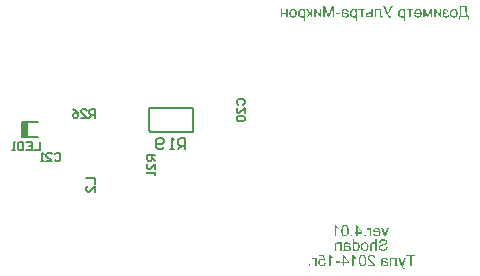
<source format=gbo>
G04 Layer_Color=32896*
%FSLAX25Y25*%
%MOIN*%
G70*
G01*
G75*
%ADD63C,0.00787*%
%ADD67C,0.00591*%
%ADD110R,0.02165X0.05118*%
G36*
X98313Y-5118D02*
X97850D01*
Y-3900D01*
X96563D01*
Y-5118D01*
X96100D01*
Y-2375D01*
X96563D01*
Y-3519D01*
X97850D01*
Y-2375D01*
X98313D01*
Y-5118D01*
D02*
G37*
G36*
X117530Y-2318D02*
X117649Y-2330D01*
X117756Y-2347D01*
X117805Y-2355D01*
X117846Y-2363D01*
X117887Y-2371D01*
X117924Y-2379D01*
X117953Y-2387D01*
X117977Y-2396D01*
X117998Y-2404D01*
X118014Y-2408D01*
X118022Y-2412D01*
X118026D01*
X118121Y-2453D01*
X118203Y-2498D01*
X118272Y-2543D01*
X118330Y-2588D01*
X118375Y-2629D01*
X118408Y-2662D01*
X118428Y-2683D01*
X118436Y-2687D01*
Y-2691D01*
X118485Y-2761D01*
X118526Y-2839D01*
X118559Y-2916D01*
X118588Y-2990D01*
X118608Y-3056D01*
X118617Y-3084D01*
X118625Y-3109D01*
X118629Y-3130D01*
X118633Y-3146D01*
X118637Y-3154D01*
Y-3158D01*
X118182Y-3220D01*
X118166Y-3167D01*
X118149Y-3117D01*
X118116Y-3035D01*
X118076Y-2961D01*
X118039Y-2908D01*
X118006Y-2867D01*
X117977Y-2834D01*
X117961Y-2818D01*
X117953Y-2814D01*
X117887Y-2777D01*
X117809Y-2748D01*
X117731Y-2728D01*
X117653Y-2711D01*
X117579Y-2703D01*
X117551D01*
X117522Y-2699D01*
X117469D01*
X117346Y-2707D01*
X117239Y-2724D01*
X117149Y-2748D01*
X117075Y-2777D01*
X117018Y-2810D01*
X116997Y-2822D01*
X116977Y-2834D01*
X116960Y-2843D01*
X116952Y-2851D01*
X116944Y-2859D01*
X116899Y-2908D01*
X116866Y-2970D01*
X116841Y-3035D01*
X116825Y-3101D01*
X116817Y-3162D01*
X116809Y-3212D01*
Y-3228D01*
Y-3244D01*
Y-3253D01*
Y-3257D01*
Y-3269D01*
Y-3285D01*
Y-3326D01*
X116813Y-3343D01*
Y-3359D01*
Y-3371D01*
Y-3376D01*
X116866Y-3392D01*
X116923Y-3408D01*
X116989Y-3425D01*
X117055Y-3441D01*
X117190Y-3470D01*
X117325Y-3494D01*
X117391Y-3503D01*
X117448Y-3511D01*
X117501Y-3519D01*
X117551Y-3527D01*
X117588Y-3531D01*
X117616Y-3536D01*
X117633Y-3540D01*
X117641D01*
X117739Y-3552D01*
X117821Y-3564D01*
X117895Y-3576D01*
X117953Y-3585D01*
X117998Y-3597D01*
X118030Y-3601D01*
X118047Y-3609D01*
X118055D01*
X118121Y-3630D01*
X118186Y-3654D01*
X118244Y-3679D01*
X118293Y-3704D01*
X118334Y-3724D01*
X118362Y-3745D01*
X118383Y-3757D01*
X118391Y-3761D01*
X118445Y-3802D01*
X118490Y-3843D01*
X118531Y-3888D01*
X118563Y-3929D01*
X118592Y-3970D01*
X118613Y-3999D01*
X118625Y-4019D01*
X118629Y-4028D01*
X118658Y-4093D01*
X118682Y-4155D01*
X118699Y-4216D01*
X118707Y-4273D01*
X118715Y-4323D01*
X118719Y-4364D01*
Y-4388D01*
Y-4392D01*
Y-4397D01*
X118715Y-4458D01*
X118707Y-4519D01*
X118699Y-4577D01*
X118682Y-4630D01*
X118641Y-4729D01*
X118596Y-4806D01*
X118576Y-4843D01*
X118555Y-4872D01*
X118535Y-4901D01*
X118514Y-4921D01*
X118498Y-4938D01*
X118490Y-4950D01*
X118481Y-4958D01*
X118477Y-4962D01*
X118428Y-4999D01*
X118379Y-5032D01*
X118322Y-5065D01*
X118268Y-5089D01*
X118153Y-5126D01*
X118039Y-5151D01*
X117989Y-5163D01*
X117940Y-5167D01*
X117895Y-5171D01*
X117858Y-5175D01*
X117830Y-5180D01*
X117784D01*
X117682Y-5175D01*
X117588Y-5167D01*
X117501Y-5151D01*
X117424Y-5134D01*
X117362Y-5118D01*
X117333Y-5110D01*
X117313Y-5102D01*
X117297Y-5098D01*
X117284Y-5094D01*
X117276Y-5089D01*
X117272D01*
X117182Y-5048D01*
X117092Y-5003D01*
X117009Y-4950D01*
X116932Y-4897D01*
X116866Y-4852D01*
X116841Y-4827D01*
X116817Y-4811D01*
X116796Y-4794D01*
X116784Y-4782D01*
X116776Y-4778D01*
X116772Y-4774D01*
X116763Y-4848D01*
X116751Y-4913D01*
X116735Y-4970D01*
X116718Y-5020D01*
X116706Y-5061D01*
X116694Y-5094D01*
X116686Y-5110D01*
X116682Y-5118D01*
X116198D01*
X116226Y-5061D01*
X116251Y-4999D01*
X116271Y-4946D01*
X116288Y-4897D01*
X116300Y-4852D01*
X116308Y-4819D01*
X116313Y-4798D01*
Y-4790D01*
X116317Y-4753D01*
X116321Y-4704D01*
X116325Y-4651D01*
X116329Y-4589D01*
X116333Y-4524D01*
Y-4454D01*
X116337Y-4315D01*
Y-4249D01*
X116341Y-4183D01*
Y-4126D01*
Y-4073D01*
Y-4032D01*
Y-3999D01*
Y-3978D01*
Y-3970D01*
Y-3351D01*
Y-3294D01*
Y-3244D01*
X116345Y-3199D01*
Y-3154D01*
X116349Y-3080D01*
X116353Y-3023D01*
X116358Y-2978D01*
X116362Y-2949D01*
X116366Y-2929D01*
Y-2925D01*
X116382Y-2855D01*
X116407Y-2793D01*
X116431Y-2740D01*
X116456Y-2695D01*
X116477Y-2658D01*
X116497Y-2629D01*
X116509Y-2613D01*
X116513Y-2609D01*
X116559Y-2564D01*
X116608Y-2523D01*
X116661Y-2486D01*
X116714Y-2457D01*
X116763Y-2433D01*
X116800Y-2416D01*
X116817Y-2408D01*
X116829Y-2404D01*
X116833Y-2400D01*
X116837D01*
X116923Y-2371D01*
X117018Y-2351D01*
X117112Y-2334D01*
X117202Y-2326D01*
X117280Y-2318D01*
X117317D01*
X117346Y-2314D01*
X117403D01*
X117530Y-2318D01*
D02*
G37*
G36*
X151105D02*
X151175Y-2322D01*
X151302Y-2347D01*
X151417Y-2383D01*
X151519Y-2433D01*
X151613Y-2494D01*
X151696Y-2556D01*
X151765Y-2625D01*
X151827Y-2699D01*
X151876Y-2773D01*
X151921Y-2839D01*
X151954Y-2904D01*
X151982Y-2966D01*
X152003Y-3015D01*
X152015Y-3052D01*
X152023Y-3076D01*
X152028Y-3080D01*
Y-3084D01*
X151585Y-3158D01*
X151552Y-3076D01*
X151515Y-3007D01*
X151474Y-2945D01*
X151433Y-2892D01*
X151388Y-2847D01*
X151343Y-2810D01*
X151298Y-2777D01*
X151253Y-2752D01*
X151208Y-2732D01*
X151167Y-2720D01*
X151130Y-2707D01*
X151101Y-2703D01*
X151072Y-2699D01*
X151052Y-2695D01*
X151035D01*
X150966Y-2699D01*
X150900Y-2711D01*
X150847Y-2732D01*
X150798Y-2752D01*
X150761Y-2773D01*
X150736Y-2793D01*
X150716Y-2806D01*
X150712Y-2810D01*
X150671Y-2855D01*
X150638Y-2904D01*
X150617Y-2953D01*
X150601Y-3002D01*
X150593Y-3043D01*
X150584Y-3076D01*
Y-3101D01*
Y-3105D01*
Y-3109D01*
X150589Y-3167D01*
X150601Y-3216D01*
X150617Y-3261D01*
X150634Y-3298D01*
X150650Y-3331D01*
X150666Y-3351D01*
X150679Y-3367D01*
X150683Y-3371D01*
X150720Y-3404D01*
X150752Y-3433D01*
X150789Y-3453D01*
X150822Y-3470D01*
X150847Y-3482D01*
X150867Y-3490D01*
X150884Y-3494D01*
X150888D01*
X150908Y-3499D01*
X150937Y-3503D01*
X150994Y-3507D01*
X151060Y-3511D01*
X151126D01*
X151187Y-3515D01*
X151286D01*
Y-3880D01*
X151081D01*
X150998Y-3884D01*
X150929Y-3888D01*
X150871Y-3892D01*
X150830Y-3900D01*
X150802Y-3904D01*
X150785Y-3909D01*
X150781D01*
X150740Y-3925D01*
X150699Y-3946D01*
X150662Y-3966D01*
X150629Y-3995D01*
X150605Y-4015D01*
X150584Y-4036D01*
X150572Y-4052D01*
X150568Y-4056D01*
X150535Y-4101D01*
X150511Y-4151D01*
X150494Y-4196D01*
X150482Y-4241D01*
X150474Y-4278D01*
X150470Y-4306D01*
Y-4327D01*
Y-4335D01*
X150478Y-4409D01*
X150494Y-4474D01*
X150519Y-4536D01*
X150548Y-4585D01*
X150580Y-4622D01*
X150605Y-4651D01*
X150621Y-4667D01*
X150629Y-4675D01*
X150691Y-4720D01*
X150757Y-4749D01*
X150822Y-4774D01*
X150884Y-4790D01*
X150937Y-4798D01*
X150978Y-4802D01*
X150994Y-4806D01*
X151019D01*
X151105Y-4798D01*
X151187Y-4782D01*
X151257Y-4761D01*
X151318Y-4733D01*
X151372Y-4708D01*
X151409Y-4684D01*
X151433Y-4667D01*
X151437Y-4663D01*
X151441D01*
X151503Y-4606D01*
X151556Y-4540D01*
X151597Y-4470D01*
X151626Y-4405D01*
X151650Y-4343D01*
X151667Y-4298D01*
X151671Y-4278D01*
X151675Y-4265D01*
X151679Y-4257D01*
Y-4253D01*
X152114Y-4347D01*
X152097Y-4421D01*
X152077Y-4495D01*
X152052Y-4561D01*
X152023Y-4622D01*
X151995Y-4679D01*
X151958Y-4733D01*
X151880Y-4827D01*
X151798Y-4909D01*
X151704Y-4975D01*
X151609Y-5032D01*
X151515Y-5077D01*
X151421Y-5110D01*
X151331Y-5134D01*
X151249Y-5155D01*
X151175Y-5167D01*
X151113Y-5175D01*
X151089D01*
X151068Y-5180D01*
X151027D01*
X150941Y-5175D01*
X150859Y-5171D01*
X150781Y-5159D01*
X150707Y-5143D01*
X150642Y-5126D01*
X150580Y-5106D01*
X150523Y-5085D01*
X150474Y-5065D01*
X150429Y-5044D01*
X150388Y-5024D01*
X150355Y-5003D01*
X150326Y-4987D01*
X150306Y-4970D01*
X150289Y-4958D01*
X150281Y-4954D01*
X150277Y-4950D01*
X150228Y-4905D01*
X150187Y-4860D01*
X150150Y-4811D01*
X150121Y-4761D01*
X150092Y-4708D01*
X150072Y-4659D01*
X150039Y-4565D01*
X150027Y-4519D01*
X150019Y-4479D01*
X150014Y-4446D01*
X150010Y-4413D01*
X150006Y-4388D01*
Y-4368D01*
Y-4355D01*
Y-4351D01*
X150010Y-4265D01*
X150023Y-4191D01*
X150039Y-4122D01*
X150060Y-4064D01*
X150080Y-4015D01*
X150096Y-3978D01*
X150109Y-3958D01*
X150113Y-3950D01*
X150154Y-3888D01*
X150203Y-3831D01*
X150256Y-3782D01*
X150306Y-3740D01*
X150351Y-3708D01*
X150388Y-3683D01*
X150412Y-3667D01*
X150416Y-3663D01*
X150420D01*
X150363Y-3626D01*
X150314Y-3585D01*
X150269Y-3540D01*
X150232Y-3494D01*
X150199Y-3453D01*
X150170Y-3408D01*
X150150Y-3363D01*
X150133Y-3322D01*
X150109Y-3244D01*
X150101Y-3212D01*
X150096Y-3187D01*
X150092Y-3162D01*
Y-3146D01*
Y-3134D01*
Y-3130D01*
X150096Y-3068D01*
X150105Y-3011D01*
X150117Y-2953D01*
X150129Y-2900D01*
X150170Y-2802D01*
X150215Y-2720D01*
X150240Y-2683D01*
X150265Y-2650D01*
X150285Y-2621D01*
X150302Y-2597D01*
X150318Y-2580D01*
X150330Y-2568D01*
X150338Y-2560D01*
X150343Y-2556D01*
X150392Y-2515D01*
X150445Y-2474D01*
X150498Y-2445D01*
X150556Y-2416D01*
X150613Y-2392D01*
X150671Y-2371D01*
X150781Y-2342D01*
X150830Y-2334D01*
X150880Y-2326D01*
X150921Y-2322D01*
X150958Y-2318D01*
X150990Y-2314D01*
X151031D01*
X151105Y-2318D01*
D02*
G37*
G36*
X106514Y-5118D02*
X106050D01*
Y-3851D01*
X105993Y-3855D01*
X105944Y-3864D01*
X105898Y-3876D01*
X105858Y-3892D01*
X105829Y-3909D01*
X105804Y-3921D01*
X105788Y-3929D01*
X105784Y-3933D01*
X105763Y-3950D01*
X105739Y-3970D01*
X105693Y-4019D01*
X105648Y-4077D01*
X105607Y-4134D01*
X105570Y-4187D01*
X105542Y-4233D01*
X105534Y-4249D01*
X105525Y-4261D01*
X105517Y-4269D01*
Y-4273D01*
X105017Y-5118D01*
X104505D01*
X105017Y-4269D01*
X105070Y-4183D01*
X105124Y-4109D01*
X105177Y-4040D01*
X105230Y-3982D01*
X105279Y-3929D01*
X105329Y-3884D01*
X105374Y-3843D01*
X105419Y-3810D01*
X105456Y-3786D01*
X105493Y-3761D01*
X105525Y-3745D01*
X105550Y-3732D01*
X105575Y-3724D01*
X105591Y-3716D01*
X105599Y-3712D01*
X105603D01*
X105542Y-3679D01*
X105484Y-3646D01*
X105439Y-3613D01*
X105402Y-3585D01*
X105374Y-3560D01*
X105353Y-3540D01*
X105341Y-3527D01*
X105337Y-3523D01*
X105304Y-3478D01*
X105267Y-3421D01*
X105234Y-3359D01*
X105206Y-3298D01*
X105177Y-3240D01*
X105156Y-3195D01*
X105152Y-3175D01*
X105144Y-3162D01*
X105140Y-3154D01*
Y-3150D01*
X105120Y-3101D01*
X105099Y-3056D01*
X105083Y-3015D01*
X105066Y-2978D01*
X105050Y-2949D01*
X105037Y-2921D01*
X105013Y-2875D01*
X104997Y-2847D01*
X104984Y-2826D01*
X104976Y-2818D01*
X104972Y-2814D01*
X104947Y-2793D01*
X104914Y-2781D01*
X104878Y-2769D01*
X104837Y-2765D01*
X104800Y-2761D01*
X104767Y-2757D01*
X104738D01*
X104607Y-2761D01*
Y-2375D01*
X104787D01*
X104861Y-2379D01*
X104923Y-2387D01*
X104972Y-2392D01*
X105009Y-2400D01*
X105037Y-2408D01*
X105054Y-2412D01*
X105058D01*
X105099Y-2428D01*
X105136Y-2449D01*
X105169Y-2474D01*
X105197Y-2494D01*
X105222Y-2519D01*
X105238Y-2535D01*
X105251Y-2547D01*
X105255Y-2551D01*
X105271Y-2572D01*
X105288Y-2601D01*
X105324Y-2662D01*
X105366Y-2732D01*
X105398Y-2806D01*
X105431Y-2871D01*
X105443Y-2904D01*
X105456Y-2929D01*
X105468Y-2949D01*
X105472Y-2966D01*
X105480Y-2978D01*
Y-2982D01*
X105513Y-3056D01*
X105542Y-3121D01*
X105566Y-3179D01*
X105595Y-3232D01*
X105616Y-3277D01*
X105640Y-3318D01*
X105657Y-3355D01*
X105677Y-3384D01*
X105693Y-3408D01*
X105706Y-3429D01*
X105718Y-3445D01*
X105726Y-3458D01*
X105739Y-3474D01*
X105743Y-3478D01*
X105780Y-3507D01*
X105829Y-3527D01*
X105878Y-3540D01*
X105927Y-3548D01*
X105976Y-3556D01*
X106013Y-3560D01*
X106050D01*
Y-2375D01*
X106514D01*
Y-5118D01*
D02*
G37*
G36*
X149469D02*
X148973D01*
X147682Y-3039D01*
Y-5118D01*
X147218D01*
Y-2375D01*
X147714D01*
X149006Y-4470D01*
Y-2375D01*
X149469D01*
Y-5118D01*
D02*
G37*
G36*
X115808Y-3982D02*
X114377D01*
Y-3515D01*
X115808D01*
Y-3982D01*
D02*
G37*
G36*
X131909Y-4118D02*
X131938Y-4191D01*
X131966Y-4261D01*
X131995Y-4323D01*
X132024Y-4376D01*
X132048Y-4429D01*
X132073Y-4470D01*
X132093Y-4511D01*
X132118Y-4544D01*
X132134Y-4573D01*
X132151Y-4593D01*
X132167Y-4614D01*
X132179Y-4630D01*
X132196Y-4651D01*
X132204Y-4655D01*
X132253Y-4692D01*
X132307Y-4720D01*
X132360Y-4741D01*
X132409Y-4753D01*
X132454Y-4761D01*
X132487Y-4770D01*
X132520D01*
X132602Y-4766D01*
X132680Y-4753D01*
X132749Y-4733D01*
X132815Y-4712D01*
X132868Y-4696D01*
X132905Y-4675D01*
X132922Y-4667D01*
X132934Y-4663D01*
X132938Y-4659D01*
X132942D01*
Y-5085D01*
X132844Y-5114D01*
X132749Y-5134D01*
X132671Y-5151D01*
X132602Y-5159D01*
X132544Y-5167D01*
X132503Y-5171D01*
X132471D01*
X132356Y-5163D01*
X132257Y-5147D01*
X132175Y-5118D01*
X132106Y-5085D01*
X132052Y-5057D01*
X132016Y-5028D01*
X131991Y-5012D01*
X131983Y-5003D01*
X131950Y-4966D01*
X131913Y-4921D01*
X131880Y-4872D01*
X131843Y-4819D01*
X131770Y-4700D01*
X131700Y-4577D01*
X131671Y-4519D01*
X131638Y-4466D01*
X131614Y-4413D01*
X131593Y-4372D01*
X131573Y-4335D01*
X131560Y-4306D01*
X131552Y-4286D01*
X131548Y-4282D01*
X130125Y-1334D01*
X130622D01*
X131704Y-3658D01*
X132938Y-1334D01*
X133442D01*
X131909Y-4118D01*
D02*
G37*
G36*
X125268Y-75251D02*
X125326Y-75263D01*
X125375Y-75275D01*
X125420Y-75292D01*
X125453Y-75312D01*
X125481Y-75325D01*
X125498Y-75337D01*
X125506Y-75341D01*
X125531Y-75362D01*
X125559Y-75386D01*
X125609Y-75440D01*
X125658Y-75505D01*
X125703Y-75571D01*
X125744Y-75628D01*
X125773Y-75681D01*
X125785Y-75698D01*
X125793Y-75714D01*
X125801Y-75722D01*
Y-75308D01*
X126219D01*
Y-78051D01*
X125756D01*
Y-76616D01*
X125752Y-76510D01*
X125744Y-76407D01*
X125732Y-76317D01*
X125719Y-76235D01*
X125707Y-76169D01*
X125699Y-76141D01*
X125695Y-76116D01*
X125691Y-76100D01*
X125687Y-76087D01*
X125682Y-76079D01*
Y-76075D01*
X125658Y-76018D01*
X125633Y-75964D01*
X125604Y-75923D01*
X125576Y-75886D01*
X125551Y-75858D01*
X125531Y-75837D01*
X125514Y-75825D01*
X125510Y-75821D01*
X125461Y-75788D01*
X125416Y-75767D01*
X125371Y-75751D01*
X125326Y-75739D01*
X125289Y-75731D01*
X125260Y-75726D01*
X125235D01*
X125170Y-75731D01*
X125108Y-75743D01*
X125051Y-75759D01*
X125002Y-75776D01*
X124957Y-75796D01*
X124924Y-75813D01*
X124903Y-75825D01*
X124895Y-75829D01*
X124731Y-75398D01*
X124821Y-75349D01*
X124912Y-75312D01*
X124989Y-75284D01*
X125063Y-75267D01*
X125125Y-75255D01*
X125149Y-75251D01*
X125170D01*
X125186Y-75247D01*
X125211D01*
X125268Y-75251D01*
D02*
G37*
G36*
X128134D02*
X128237Y-75263D01*
X128327Y-75284D01*
X128417Y-75308D01*
X128499Y-75337D01*
X128577Y-75370D01*
X128647Y-75403D01*
X128708Y-75440D01*
X128766Y-75476D01*
X128815Y-75509D01*
X128860Y-75542D01*
X128893Y-75571D01*
X128921Y-75595D01*
X128942Y-75616D01*
X128954Y-75628D01*
X128958Y-75632D01*
X129020Y-75706D01*
X129073Y-75788D01*
X129122Y-75874D01*
X129163Y-75960D01*
X129196Y-76050D01*
X129225Y-76141D01*
X129249Y-76227D01*
X129266Y-76313D01*
X129282Y-76391D01*
X129290Y-76469D01*
X129299Y-76534D01*
X129307Y-76592D01*
Y-76641D01*
X129311Y-76678D01*
Y-76698D01*
Y-76706D01*
X129307Y-76829D01*
X129295Y-76944D01*
X129278Y-77051D01*
X129258Y-77149D01*
X129229Y-77244D01*
X129200Y-77330D01*
X129167Y-77407D01*
X129135Y-77477D01*
X129106Y-77539D01*
X129073Y-77592D01*
X129044Y-77637D01*
X129016Y-77674D01*
X128995Y-77707D01*
X128979Y-77727D01*
X128966Y-77740D01*
X128962Y-77744D01*
X128893Y-77809D01*
X128819Y-77867D01*
X128745Y-77916D01*
X128663Y-77957D01*
X128585Y-77994D01*
X128503Y-78022D01*
X128425Y-78047D01*
X128351Y-78068D01*
X128282Y-78080D01*
X128216Y-78092D01*
X128159Y-78100D01*
X128105Y-78109D01*
X128065D01*
X128032Y-78113D01*
X128007D01*
X127921Y-78109D01*
X127835Y-78105D01*
X127757Y-78092D01*
X127683Y-78076D01*
X127613Y-78059D01*
X127552Y-78039D01*
X127490Y-78018D01*
X127437Y-77998D01*
X127388Y-77977D01*
X127347Y-77957D01*
X127310Y-77936D01*
X127277Y-77920D01*
X127257Y-77904D01*
X127236Y-77891D01*
X127228Y-77887D01*
X127224Y-77883D01*
X127167Y-77838D01*
X127117Y-77789D01*
X127072Y-77736D01*
X127027Y-77682D01*
X126953Y-77571D01*
X126896Y-77469D01*
X126875Y-77420D01*
X126855Y-77375D01*
X126839Y-77334D01*
X126826Y-77297D01*
X126814Y-77268D01*
X126806Y-77248D01*
X126802Y-77231D01*
Y-77227D01*
X127286Y-77166D01*
X127327Y-77268D01*
X127376Y-77358D01*
X127425Y-77436D01*
X127470Y-77494D01*
X127511Y-77543D01*
X127544Y-77576D01*
X127564Y-77592D01*
X127568Y-77600D01*
X127573D01*
X127642Y-77645D01*
X127716Y-77674D01*
X127790Y-77699D01*
X127855Y-77715D01*
X127917Y-77723D01*
X127966Y-77727D01*
X127982Y-77731D01*
X128007D01*
X128069Y-77727D01*
X128130Y-77719D01*
X128188Y-77711D01*
X128241Y-77694D01*
X128339Y-77658D01*
X128421Y-77613D01*
X128458Y-77592D01*
X128491Y-77567D01*
X128516Y-77547D01*
X128540Y-77530D01*
X128557Y-77514D01*
X128569Y-77502D01*
X128577Y-77498D01*
X128581Y-77494D01*
X128622Y-77444D01*
X128659Y-77395D01*
X128688Y-77338D01*
X128716Y-77284D01*
X128761Y-77166D01*
X128794Y-77055D01*
X128807Y-77002D01*
X128815Y-76952D01*
X128823Y-76911D01*
X128827Y-76870D01*
X128831Y-76842D01*
X128835Y-76817D01*
Y-76801D01*
Y-76797D01*
X126789D01*
X126785Y-76743D01*
Y-76702D01*
Y-76682D01*
Y-76674D01*
X126789Y-76551D01*
X126802Y-76436D01*
X126818Y-76325D01*
X126839Y-76223D01*
X126867Y-76128D01*
X126896Y-76042D01*
X126929Y-75964D01*
X126957Y-75895D01*
X126990Y-75833D01*
X127023Y-75776D01*
X127052Y-75731D01*
X127081Y-75694D01*
X127101Y-75661D01*
X127117Y-75640D01*
X127130Y-75628D01*
X127134Y-75624D01*
X127199Y-75558D01*
X127273Y-75501D01*
X127347Y-75448D01*
X127421Y-75407D01*
X127495Y-75370D01*
X127573Y-75337D01*
X127642Y-75312D01*
X127712Y-75292D01*
X127778Y-75280D01*
X127839Y-75267D01*
X127892Y-75259D01*
X127942Y-75251D01*
X127978D01*
X128007Y-75247D01*
X128032D01*
X128134Y-75251D01*
D02*
G37*
G36*
X131049Y-78051D02*
X130606D01*
X129565Y-75308D01*
X130045D01*
X130656Y-76985D01*
X130697Y-77096D01*
X130729Y-77194D01*
X130758Y-77284D01*
X130783Y-77358D01*
X130803Y-77420D01*
X130812Y-77444D01*
X130816Y-77469D01*
X130820Y-77485D01*
X130824Y-77498D01*
X130828Y-77502D01*
Y-77506D01*
X130861Y-77399D01*
X130889Y-77297D01*
X130918Y-77202D01*
X130947Y-77121D01*
X130971Y-77051D01*
X130980Y-77022D01*
X130988Y-76998D01*
X130996Y-76977D01*
X131000Y-76965D01*
X131004Y-76956D01*
Y-76952D01*
X131595Y-75308D01*
X132087D01*
X131049Y-78051D01*
D02*
G37*
G36*
X124325D02*
X123796D01*
Y-77522D01*
X124325D01*
Y-78051D01*
D02*
G37*
G36*
X117552Y-74259D02*
X117626Y-74263D01*
X117696Y-74275D01*
X117761Y-74287D01*
X117819Y-74304D01*
X117876Y-74324D01*
X117929Y-74345D01*
X117974Y-74365D01*
X118019Y-74386D01*
X118056Y-74406D01*
X118089Y-74423D01*
X118114Y-74443D01*
X118134Y-74455D01*
X118151Y-74468D01*
X118159Y-74472D01*
X118163Y-74476D01*
X118212Y-74521D01*
X118257Y-74566D01*
X118339Y-74669D01*
X118413Y-74771D01*
X118471Y-74874D01*
X118495Y-74923D01*
X118516Y-74964D01*
X118532Y-75005D01*
X118548Y-75038D01*
X118557Y-75066D01*
X118565Y-75091D01*
X118573Y-75103D01*
Y-75107D01*
X118598Y-75185D01*
X118618Y-75271D01*
X118651Y-75448D01*
X118675Y-75628D01*
X118684Y-75714D01*
X118692Y-75800D01*
X118696Y-75878D01*
X118700Y-75952D01*
X118704Y-76018D01*
Y-76075D01*
X118708Y-76120D01*
Y-76157D01*
Y-76178D01*
Y-76186D01*
X118704Y-76378D01*
X118692Y-76559D01*
X118675Y-76723D01*
X118651Y-76875D01*
X118622Y-77014D01*
X118589Y-77141D01*
X118557Y-77252D01*
X118520Y-77354D01*
X118487Y-77440D01*
X118454Y-77518D01*
X118421Y-77580D01*
X118393Y-77633D01*
X118368Y-77674D01*
X118352Y-77703D01*
X118339Y-77719D01*
X118335Y-77723D01*
X118274Y-77793D01*
X118208Y-77850D01*
X118138Y-77904D01*
X118069Y-77949D01*
X117999Y-77986D01*
X117925Y-78018D01*
X117856Y-78043D01*
X117790Y-78063D01*
X117724Y-78080D01*
X117667Y-78092D01*
X117614Y-78100D01*
X117569Y-78105D01*
X117532Y-78109D01*
X117503Y-78113D01*
X117478D01*
X117400Y-78109D01*
X117331Y-78105D01*
X117261Y-78092D01*
X117195Y-78080D01*
X117134Y-78059D01*
X117081Y-78043D01*
X117027Y-78022D01*
X116982Y-78002D01*
X116937Y-77982D01*
X116900Y-77961D01*
X116867Y-77940D01*
X116843Y-77924D01*
X116822Y-77912D01*
X116806Y-77899D01*
X116798Y-77895D01*
X116794Y-77891D01*
X116744Y-77846D01*
X116695Y-77801D01*
X116613Y-77699D01*
X116543Y-77596D01*
X116486Y-77494D01*
X116462Y-77444D01*
X116441Y-77399D01*
X116425Y-77362D01*
X116408Y-77325D01*
X116396Y-77301D01*
X116392Y-77276D01*
X116384Y-77264D01*
Y-77260D01*
X116359Y-77182D01*
X116339Y-77096D01*
X116302Y-76920D01*
X116277Y-76739D01*
X116269Y-76653D01*
X116261Y-76567D01*
X116256Y-76489D01*
X116252Y-76415D01*
X116248Y-76354D01*
X116244Y-76296D01*
Y-76251D01*
Y-76214D01*
Y-76194D01*
Y-76186D01*
Y-76083D01*
X116248Y-75985D01*
X116252Y-75895D01*
X116256Y-75809D01*
X116265Y-75731D01*
X116273Y-75657D01*
X116281Y-75591D01*
X116285Y-75530D01*
X116293Y-75476D01*
X116302Y-75431D01*
X116310Y-75390D01*
X116318Y-75358D01*
X116322Y-75329D01*
X116326Y-75312D01*
X116330Y-75300D01*
Y-75296D01*
X116363Y-75177D01*
X116404Y-75066D01*
X116441Y-74972D01*
X116478Y-74890D01*
X116498Y-74857D01*
X116511Y-74825D01*
X116527Y-74796D01*
X116539Y-74775D01*
X116552Y-74759D01*
X116556Y-74747D01*
X116564Y-74738D01*
Y-74734D01*
X116621Y-74652D01*
X116687Y-74578D01*
X116748Y-74517D01*
X116810Y-74468D01*
X116863Y-74427D01*
X116904Y-74402D01*
X116921Y-74390D01*
X116933Y-74382D01*
X116941Y-74378D01*
X116945D01*
X117035Y-74337D01*
X117126Y-74308D01*
X117216Y-74283D01*
X117298Y-74271D01*
X117372Y-74263D01*
X117400Y-74259D01*
X117429Y-74255D01*
X117478D01*
X117552Y-74259D01*
D02*
G37*
G36*
X119918Y-78051D02*
X119389D01*
Y-77522D01*
X119918D01*
Y-78051D01*
D02*
G37*
G36*
X123276Y-76719D02*
Y-77145D01*
X121627D01*
Y-78051D01*
X121164D01*
Y-77145D01*
X120652D01*
Y-76719D01*
X121164D01*
Y-74267D01*
X121546D01*
X123276Y-76719D01*
D02*
G37*
G36*
X100241Y-2318D02*
X100331Y-2326D01*
X100413Y-2342D01*
X100495Y-2363D01*
X100573Y-2383D01*
X100642Y-2412D01*
X100708Y-2437D01*
X100765Y-2465D01*
X100823Y-2494D01*
X100868Y-2523D01*
X100909Y-2551D01*
X100946Y-2572D01*
X100970Y-2592D01*
X100991Y-2609D01*
X101003Y-2617D01*
X101007Y-2621D01*
X101081Y-2695D01*
X101147Y-2773D01*
X101204Y-2859D01*
X101253Y-2949D01*
X101290Y-3043D01*
X101327Y-3138D01*
X101356Y-3232D01*
X101376Y-3322D01*
X101393Y-3408D01*
X101409Y-3486D01*
X101417Y-3560D01*
X101421Y-3626D01*
X101425Y-3675D01*
X101429Y-3716D01*
Y-3740D01*
Y-3745D01*
Y-3749D01*
X101425Y-3876D01*
X101413Y-3995D01*
X101397Y-4105D01*
X101376Y-4208D01*
X101347Y-4302D01*
X101319Y-4388D01*
X101286Y-4466D01*
X101253Y-4540D01*
X101220Y-4602D01*
X101188Y-4659D01*
X101159Y-4704D01*
X101130Y-4741D01*
X101110Y-4774D01*
X101093Y-4794D01*
X101081Y-4806D01*
X101077Y-4811D01*
X101007Y-4876D01*
X100933Y-4934D01*
X100860Y-4983D01*
X100782Y-5024D01*
X100704Y-5061D01*
X100626Y-5089D01*
X100552Y-5114D01*
X100478Y-5134D01*
X100409Y-5147D01*
X100347Y-5159D01*
X100290Y-5167D01*
X100241Y-5175D01*
X100199D01*
X100171Y-5180D01*
X100146D01*
X100015Y-5171D01*
X99892Y-5155D01*
X99781Y-5126D01*
X99728Y-5114D01*
X99683Y-5098D01*
X99638Y-5081D01*
X99601Y-5069D01*
X99568Y-5052D01*
X99539Y-5040D01*
X99515Y-5032D01*
X99498Y-5024D01*
X99490Y-5016D01*
X99486D01*
X99379Y-4946D01*
X99285Y-4872D01*
X99207Y-4794D01*
X99142Y-4716D01*
X99088Y-4651D01*
X99068Y-4618D01*
X99051Y-4593D01*
X99039Y-4573D01*
X99031Y-4556D01*
X99023Y-4548D01*
Y-4544D01*
X98994Y-4483D01*
X98970Y-4421D01*
X98928Y-4286D01*
X98900Y-4146D01*
X98883Y-4015D01*
X98875Y-3954D01*
X98871Y-3896D01*
X98867Y-3843D01*
Y-3798D01*
X98863Y-3761D01*
Y-3736D01*
Y-3716D01*
Y-3712D01*
X98867Y-3593D01*
X98879Y-3478D01*
X98896Y-3371D01*
X98920Y-3273D01*
X98945Y-3183D01*
X98978Y-3101D01*
X99010Y-3023D01*
X99043Y-2953D01*
X99076Y-2892D01*
X99109Y-2839D01*
X99142Y-2793D01*
X99166Y-2757D01*
X99191Y-2724D01*
X99207Y-2703D01*
X99220Y-2691D01*
X99224Y-2687D01*
X99293Y-2621D01*
X99367Y-2564D01*
X99441Y-2515D01*
X99519Y-2469D01*
X99597Y-2437D01*
X99671Y-2404D01*
X99748Y-2379D01*
X99818Y-2359D01*
X99888Y-2347D01*
X99949Y-2334D01*
X100003Y-2326D01*
X100052Y-2318D01*
X100093D01*
X100122Y-2314D01*
X100146D01*
X100241Y-2318D01*
D02*
G37*
G36*
X153815D02*
X153905Y-2326D01*
X153987Y-2342D01*
X154069Y-2363D01*
X154147Y-2383D01*
X154217Y-2412D01*
X154283Y-2437D01*
X154340Y-2465D01*
X154397Y-2494D01*
X154443Y-2523D01*
X154483Y-2551D01*
X154520Y-2572D01*
X154545Y-2592D01*
X154566Y-2609D01*
X154578Y-2617D01*
X154582Y-2621D01*
X154656Y-2695D01*
X154721Y-2773D01*
X154779Y-2859D01*
X154828Y-2949D01*
X154865Y-3043D01*
X154902Y-3138D01*
X154930Y-3232D01*
X154951Y-3322D01*
X154967Y-3408D01*
X154984Y-3486D01*
X154992Y-3560D01*
X154996Y-3626D01*
X155000Y-3675D01*
X155004Y-3716D01*
Y-3740D01*
Y-3745D01*
Y-3749D01*
X155000Y-3876D01*
X154988Y-3995D01*
X154971Y-4105D01*
X154951Y-4208D01*
X154922Y-4302D01*
X154894Y-4388D01*
X154861Y-4466D01*
X154828Y-4540D01*
X154795Y-4602D01*
X154762Y-4659D01*
X154734Y-4704D01*
X154705Y-4741D01*
X154684Y-4774D01*
X154668Y-4794D01*
X154656Y-4806D01*
X154652Y-4811D01*
X154582Y-4876D01*
X154508Y-4934D01*
X154434Y-4983D01*
X154356Y-5024D01*
X154279Y-5061D01*
X154201Y-5089D01*
X154127Y-5114D01*
X154053Y-5134D01*
X153983Y-5147D01*
X153922Y-5159D01*
X153864Y-5167D01*
X153815Y-5175D01*
X153774D01*
X153745Y-5180D01*
X153721D01*
X153590Y-5171D01*
X153467Y-5155D01*
X153356Y-5126D01*
X153303Y-5114D01*
X153258Y-5098D01*
X153212Y-5081D01*
X153176Y-5069D01*
X153143Y-5052D01*
X153114Y-5040D01*
X153089Y-5032D01*
X153073Y-5024D01*
X153065Y-5016D01*
X153061D01*
X152954Y-4946D01*
X152860Y-4872D01*
X152782Y-4794D01*
X152716Y-4716D01*
X152663Y-4651D01*
X152643Y-4618D01*
X152626Y-4593D01*
X152614Y-4573D01*
X152606Y-4556D01*
X152597Y-4548D01*
Y-4544D01*
X152569Y-4483D01*
X152544Y-4421D01*
X152503Y-4286D01*
X152474Y-4146D01*
X152458Y-4015D01*
X152450Y-3954D01*
X152446Y-3896D01*
X152442Y-3843D01*
Y-3798D01*
X152438Y-3761D01*
Y-3736D01*
Y-3716D01*
Y-3712D01*
X152442Y-3593D01*
X152454Y-3478D01*
X152470Y-3371D01*
X152495Y-3273D01*
X152520Y-3183D01*
X152552Y-3101D01*
X152585Y-3023D01*
X152618Y-2953D01*
X152651Y-2892D01*
X152684Y-2839D01*
X152716Y-2793D01*
X152741Y-2757D01*
X152766Y-2724D01*
X152782Y-2703D01*
X152794Y-2691D01*
X152798Y-2687D01*
X152868Y-2621D01*
X152942Y-2564D01*
X153016Y-2515D01*
X153094Y-2469D01*
X153172Y-2437D01*
X153245Y-2404D01*
X153323Y-2379D01*
X153393Y-2359D01*
X153463Y-2347D01*
X153524Y-2334D01*
X153577Y-2326D01*
X153627Y-2318D01*
X153668D01*
X153696Y-2314D01*
X153721D01*
X153815Y-2318D01*
D02*
G37*
G36*
X129535Y-4187D02*
Y-4249D01*
Y-4306D01*
X129539Y-4355D01*
Y-4401D01*
Y-4442D01*
X129543Y-4474D01*
Y-4503D01*
X129547Y-4528D01*
X129551Y-4548D01*
Y-4565D01*
X129555Y-4589D01*
X129560Y-4602D01*
Y-4606D01*
X129580Y-4647D01*
X129609Y-4675D01*
X129633Y-4696D01*
X129638Y-4700D01*
X129642D01*
X129666Y-4708D01*
X129699Y-4716D01*
X129769Y-4724D01*
X129797Y-4729D01*
X130048D01*
Y-5114D01*
X129970Y-5122D01*
X129900Y-5126D01*
X129838Y-5130D01*
X129781D01*
X129736Y-5134D01*
X129674D01*
X129580Y-5130D01*
X129502Y-5118D01*
X129432Y-5098D01*
X129375Y-5077D01*
X129334Y-5061D01*
X129301Y-5040D01*
X129285Y-5028D01*
X129277Y-5024D01*
X129227Y-4979D01*
X129191Y-4934D01*
X129162Y-4888D01*
X129137Y-4848D01*
X129121Y-4811D01*
X129113Y-4782D01*
X129104Y-4766D01*
Y-4757D01*
X129100Y-4724D01*
X129092Y-4688D01*
X129088Y-4642D01*
X129084Y-4593D01*
X129080Y-4491D01*
X129076Y-4384D01*
Y-4335D01*
X129072Y-4286D01*
Y-4241D01*
Y-4204D01*
Y-4171D01*
Y-4146D01*
Y-4130D01*
Y-4126D01*
Y-2757D01*
X127842D01*
Y-5118D01*
X127378D01*
Y-2375D01*
X129535D01*
Y-4187D01*
D02*
G37*
G36*
X158010Y-1887D02*
Y-2080D01*
X158014Y-2265D01*
X158022Y-2441D01*
X158030Y-2609D01*
X158038Y-2769D01*
X158051Y-2921D01*
X158067Y-3068D01*
X158079Y-3207D01*
X158096Y-3339D01*
X158116Y-3462D01*
X158133Y-3576D01*
X158153Y-3687D01*
X158174Y-3794D01*
X158194Y-3888D01*
X158214Y-3978D01*
X158235Y-4064D01*
X158260Y-4142D01*
X158280Y-4216D01*
X158301Y-4282D01*
X158321Y-4343D01*
X158342Y-4397D01*
X158358Y-4446D01*
X158379Y-4491D01*
X158395Y-4532D01*
X158407Y-4565D01*
X158424Y-4593D01*
X158436Y-4618D01*
X158444Y-4638D01*
X158452Y-4651D01*
X158460Y-4663D01*
X158465Y-4667D01*
Y-4671D01*
X158760D01*
Y-6000D01*
X158313D01*
Y-5118D01*
X155812D01*
Y-6000D01*
X155365D01*
Y-4671D01*
X155701D01*
Y-1334D01*
X158010D01*
Y-1887D01*
D02*
G37*
G36*
X103078Y-2318D02*
X103168Y-2330D01*
X103246Y-2347D01*
X103311Y-2367D01*
X103365Y-2387D01*
X103406Y-2404D01*
X103430Y-2416D01*
X103434Y-2420D01*
X103438D01*
X103508Y-2465D01*
X103570Y-2515D01*
X103627Y-2568D01*
X103676Y-2617D01*
X103717Y-2662D01*
X103750Y-2703D01*
X103767Y-2728D01*
X103775Y-2732D01*
Y-2375D01*
X104197D01*
Y-6168D01*
X103734D01*
Y-4835D01*
X103689Y-4888D01*
X103639Y-4938D01*
X103590Y-4983D01*
X103541Y-5016D01*
X103500Y-5044D01*
X103463Y-5069D01*
X103443Y-5081D01*
X103434Y-5085D01*
X103365Y-5118D01*
X103291Y-5139D01*
X103221Y-5155D01*
X103156Y-5167D01*
X103098Y-5175D01*
X103057Y-5180D01*
X103016D01*
X102955Y-5175D01*
X102897Y-5171D01*
X102787Y-5151D01*
X102684Y-5122D01*
X102594Y-5089D01*
X102553Y-5073D01*
X102516Y-5061D01*
X102487Y-5044D01*
X102459Y-5032D01*
X102438Y-5020D01*
X102422Y-5012D01*
X102413Y-5003D01*
X102409D01*
X102307Y-4930D01*
X102221Y-4848D01*
X102143Y-4761D01*
X102081Y-4675D01*
X102032Y-4602D01*
X102016Y-4569D01*
X101999Y-4540D01*
X101987Y-4519D01*
X101979Y-4503D01*
X101971Y-4491D01*
Y-4487D01*
X101921Y-4355D01*
X101885Y-4224D01*
X101856Y-4097D01*
X101839Y-3982D01*
X101831Y-3929D01*
X101827Y-3880D01*
X101823Y-3835D01*
Y-3798D01*
X101819Y-3769D01*
Y-3749D01*
Y-3732D01*
Y-3728D01*
X101823Y-3585D01*
X101839Y-3449D01*
X101864Y-3326D01*
X101876Y-3273D01*
X101889Y-3220D01*
X101901Y-3175D01*
X101913Y-3130D01*
X101926Y-3093D01*
X101938Y-3064D01*
X101946Y-3039D01*
X101954Y-3023D01*
X101958Y-3011D01*
Y-3007D01*
X102016Y-2892D01*
X102077Y-2789D01*
X102147Y-2703D01*
X102213Y-2629D01*
X102270Y-2572D01*
X102319Y-2531D01*
X102340Y-2519D01*
X102352Y-2506D01*
X102360Y-2498D01*
X102364D01*
X102413Y-2465D01*
X102467Y-2437D01*
X102573Y-2392D01*
X102676Y-2359D01*
X102774Y-2338D01*
X102819Y-2330D01*
X102856Y-2322D01*
X102893Y-2318D01*
X102926D01*
X102951Y-2314D01*
X102983D01*
X103078Y-2318D01*
D02*
G37*
G36*
X120384D02*
X120474Y-2330D01*
X120552Y-2347D01*
X120617Y-2367D01*
X120671Y-2387D01*
X120712Y-2404D01*
X120736Y-2416D01*
X120740Y-2420D01*
X120745D01*
X120814Y-2465D01*
X120876Y-2515D01*
X120933Y-2568D01*
X120982Y-2617D01*
X121023Y-2662D01*
X121056Y-2703D01*
X121073Y-2728D01*
X121081Y-2732D01*
Y-2375D01*
X121503D01*
Y-6168D01*
X121040D01*
Y-4835D01*
X120995Y-4888D01*
X120946Y-4938D01*
X120896Y-4983D01*
X120847Y-5016D01*
X120806Y-5044D01*
X120769Y-5069D01*
X120749Y-5081D01*
X120740Y-5085D01*
X120671Y-5118D01*
X120597Y-5139D01*
X120527Y-5155D01*
X120462Y-5167D01*
X120404Y-5175D01*
X120363Y-5180D01*
X120322D01*
X120261Y-5175D01*
X120203Y-5171D01*
X120093Y-5151D01*
X119990Y-5122D01*
X119900Y-5089D01*
X119859Y-5073D01*
X119822Y-5061D01*
X119793Y-5044D01*
X119765Y-5032D01*
X119744Y-5020D01*
X119728Y-5012D01*
X119720Y-5003D01*
X119715D01*
X119613Y-4930D01*
X119527Y-4848D01*
X119449Y-4761D01*
X119387Y-4675D01*
X119338Y-4602D01*
X119322Y-4569D01*
X119306Y-4540D01*
X119293Y-4519D01*
X119285Y-4503D01*
X119277Y-4491D01*
Y-4487D01*
X119228Y-4355D01*
X119191Y-4224D01*
X119162Y-4097D01*
X119146Y-3982D01*
X119137Y-3929D01*
X119133Y-3880D01*
X119129Y-3835D01*
Y-3798D01*
X119125Y-3769D01*
Y-3749D01*
Y-3732D01*
Y-3728D01*
X119129Y-3585D01*
X119146Y-3449D01*
X119170Y-3326D01*
X119183Y-3273D01*
X119195Y-3220D01*
X119207Y-3175D01*
X119219Y-3130D01*
X119232Y-3093D01*
X119244Y-3064D01*
X119252Y-3039D01*
X119260Y-3023D01*
X119264Y-3011D01*
Y-3007D01*
X119322Y-2892D01*
X119383Y-2789D01*
X119453Y-2703D01*
X119519Y-2629D01*
X119576Y-2572D01*
X119625Y-2531D01*
X119646Y-2519D01*
X119658Y-2506D01*
X119666Y-2498D01*
X119670D01*
X119720Y-2465D01*
X119773Y-2437D01*
X119879Y-2392D01*
X119982Y-2359D01*
X120080Y-2338D01*
X120125Y-2330D01*
X120162Y-2322D01*
X120199Y-2318D01*
X120232D01*
X120257Y-2314D01*
X120290D01*
X120384Y-2318D01*
D02*
G37*
G36*
X136407D02*
X136497Y-2330D01*
X136575Y-2347D01*
X136640Y-2367D01*
X136694Y-2387D01*
X136735Y-2404D01*
X136759Y-2416D01*
X136763Y-2420D01*
X136767D01*
X136837Y-2465D01*
X136899Y-2515D01*
X136956Y-2568D01*
X137005Y-2617D01*
X137046Y-2662D01*
X137079Y-2703D01*
X137095Y-2728D01*
X137104Y-2732D01*
Y-2375D01*
X137526D01*
Y-6168D01*
X137063D01*
Y-4835D01*
X137018Y-4888D01*
X136968Y-4938D01*
X136919Y-4983D01*
X136870Y-5016D01*
X136829Y-5044D01*
X136792Y-5069D01*
X136772Y-5081D01*
X136763Y-5085D01*
X136694Y-5118D01*
X136620Y-5139D01*
X136550Y-5155D01*
X136485Y-5167D01*
X136427Y-5175D01*
X136386Y-5180D01*
X136345D01*
X136284Y-5175D01*
X136226Y-5171D01*
X136116Y-5151D01*
X136013Y-5122D01*
X135923Y-5089D01*
X135882Y-5073D01*
X135845Y-5061D01*
X135816Y-5044D01*
X135787Y-5032D01*
X135767Y-5020D01*
X135751Y-5012D01*
X135742Y-5003D01*
X135738D01*
X135636Y-4930D01*
X135550Y-4848D01*
X135472Y-4761D01*
X135410Y-4675D01*
X135361Y-4602D01*
X135345Y-4569D01*
X135328Y-4540D01*
X135316Y-4519D01*
X135308Y-4503D01*
X135300Y-4491D01*
Y-4487D01*
X135250Y-4355D01*
X135213Y-4224D01*
X135185Y-4097D01*
X135168Y-3982D01*
X135160Y-3929D01*
X135156Y-3880D01*
X135152Y-3835D01*
Y-3798D01*
X135148Y-3769D01*
Y-3749D01*
Y-3732D01*
Y-3728D01*
X135152Y-3585D01*
X135168Y-3449D01*
X135193Y-3326D01*
X135205Y-3273D01*
X135218Y-3220D01*
X135230Y-3175D01*
X135242Y-3130D01*
X135255Y-3093D01*
X135267Y-3064D01*
X135275Y-3039D01*
X135283Y-3023D01*
X135287Y-3011D01*
Y-3007D01*
X135345Y-2892D01*
X135406Y-2789D01*
X135476Y-2703D01*
X135541Y-2629D01*
X135599Y-2572D01*
X135648Y-2531D01*
X135669Y-2519D01*
X135681Y-2506D01*
X135689Y-2498D01*
X135693D01*
X135742Y-2465D01*
X135796Y-2437D01*
X135902Y-2392D01*
X136005Y-2359D01*
X136103Y-2338D01*
X136148Y-2330D01*
X136185Y-2322D01*
X136222Y-2318D01*
X136255D01*
X136279Y-2314D01*
X136312D01*
X136407Y-2318D01*
D02*
G37*
G36*
X113824Y-5118D02*
X113340D01*
Y-1895D01*
X112249Y-5118D01*
X111798D01*
X110691Y-1949D01*
Y-5118D01*
X110208D01*
Y-1334D01*
X110884D01*
X111794Y-3966D01*
X111819Y-4040D01*
X111844Y-4105D01*
X111864Y-4171D01*
X111884Y-4228D01*
X111901Y-4286D01*
X111917Y-4335D01*
X111934Y-4380D01*
X111946Y-4421D01*
X111958Y-4454D01*
X111967Y-4487D01*
X111975Y-4511D01*
X111983Y-4536D01*
X111987Y-4552D01*
X111991Y-4565D01*
X111995Y-4569D01*
Y-4573D01*
X112007Y-4536D01*
X112020Y-4495D01*
X112048Y-4409D01*
X112077Y-4315D01*
X112106Y-4224D01*
X112135Y-4142D01*
X112147Y-4105D01*
X112155Y-4077D01*
X112163Y-4052D01*
X112171Y-4032D01*
X112176Y-4019D01*
Y-4015D01*
X113074Y-1334D01*
X113824D01*
Y-5118D01*
D02*
G37*
G36*
X146501D02*
X146046D01*
Y-2806D01*
X145287Y-5118D01*
X144869D01*
X144061Y-2912D01*
Y-5118D01*
X143598D01*
Y-2375D01*
X144266D01*
X145062Y-4573D01*
X145783Y-2375D01*
X146501D01*
Y-5118D01*
D02*
G37*
G36*
X109461D02*
X108965D01*
X107674Y-3039D01*
Y-5118D01*
X107211D01*
Y-2375D01*
X107707D01*
X108998Y-4470D01*
Y-2375D01*
X109461D01*
Y-5118D01*
D02*
G37*
G36*
X141864Y-2318D02*
X141966Y-2330D01*
X142056Y-2351D01*
X142147Y-2375D01*
X142229Y-2404D01*
X142306Y-2437D01*
X142376Y-2469D01*
X142438Y-2506D01*
X142495Y-2543D01*
X142544Y-2576D01*
X142589Y-2609D01*
X142622Y-2638D01*
X142651Y-2662D01*
X142671Y-2683D01*
X142684Y-2695D01*
X142688Y-2699D01*
X142749Y-2773D01*
X142803Y-2855D01*
X142852Y-2941D01*
X142893Y-3027D01*
X142926Y-3117D01*
X142954Y-3207D01*
X142979Y-3294D01*
X142995Y-3380D01*
X143012Y-3458D01*
X143020Y-3536D01*
X143028Y-3601D01*
X143036Y-3658D01*
Y-3708D01*
X143040Y-3745D01*
Y-3765D01*
Y-3773D01*
X143036Y-3896D01*
X143024Y-4011D01*
X143008Y-4118D01*
X142987Y-4216D01*
X142958Y-4310D01*
X142930Y-4397D01*
X142897Y-4474D01*
X142864Y-4544D01*
X142835Y-4606D01*
X142803Y-4659D01*
X142774Y-4704D01*
X142745Y-4741D01*
X142725Y-4774D01*
X142708Y-4794D01*
X142696Y-4806D01*
X142692Y-4811D01*
X142622Y-4876D01*
X142548Y-4934D01*
X142475Y-4983D01*
X142393Y-5024D01*
X142315Y-5061D01*
X142233Y-5089D01*
X142155Y-5114D01*
X142081Y-5134D01*
X142011Y-5147D01*
X141946Y-5159D01*
X141888Y-5167D01*
X141835Y-5175D01*
X141794D01*
X141761Y-5180D01*
X141737D01*
X141650Y-5175D01*
X141564Y-5171D01*
X141487Y-5159D01*
X141413Y-5143D01*
X141343Y-5126D01*
X141281Y-5106D01*
X141220Y-5085D01*
X141167Y-5065D01*
X141118Y-5044D01*
X141077Y-5024D01*
X141040Y-5003D01*
X141007Y-4987D01*
X140986Y-4970D01*
X140966Y-4958D01*
X140958Y-4954D01*
X140954Y-4950D01*
X140896Y-4905D01*
X140847Y-4856D01*
X140802Y-4802D01*
X140757Y-4749D01*
X140683Y-4638D01*
X140626Y-4536D01*
X140605Y-4487D01*
X140585Y-4442D01*
X140568Y-4401D01*
X140556Y-4364D01*
X140543Y-4335D01*
X140535Y-4315D01*
X140531Y-4298D01*
Y-4294D01*
X141015Y-4233D01*
X141056Y-4335D01*
X141105Y-4425D01*
X141154Y-4503D01*
X141200Y-4561D01*
X141241Y-4610D01*
X141273Y-4642D01*
X141294Y-4659D01*
X141298Y-4667D01*
X141302D01*
X141372Y-4712D01*
X141446Y-4741D01*
X141519Y-4766D01*
X141585Y-4782D01*
X141646Y-4790D01*
X141696Y-4794D01*
X141712Y-4798D01*
X141737D01*
X141798Y-4794D01*
X141860Y-4786D01*
X141917Y-4778D01*
X141970Y-4761D01*
X142069Y-4724D01*
X142151Y-4679D01*
X142188Y-4659D01*
X142220Y-4634D01*
X142245Y-4614D01*
X142270Y-4597D01*
X142286Y-4581D01*
X142298Y-4569D01*
X142306Y-4565D01*
X142311Y-4561D01*
X142352Y-4511D01*
X142388Y-4462D01*
X142417Y-4405D01*
X142446Y-4351D01*
X142491Y-4233D01*
X142524Y-4122D01*
X142536Y-4069D01*
X142544Y-4019D01*
X142552Y-3978D01*
X142557Y-3937D01*
X142561Y-3909D01*
X142565Y-3884D01*
Y-3868D01*
Y-3864D01*
X140519D01*
X140515Y-3810D01*
Y-3769D01*
Y-3749D01*
Y-3740D01*
X140519Y-3618D01*
X140531Y-3503D01*
X140548Y-3392D01*
X140568Y-3289D01*
X140597Y-3195D01*
X140626Y-3109D01*
X140658Y-3031D01*
X140687Y-2961D01*
X140720Y-2900D01*
X140753Y-2843D01*
X140781Y-2798D01*
X140810Y-2761D01*
X140831Y-2728D01*
X140847Y-2707D01*
X140859Y-2695D01*
X140863Y-2691D01*
X140929Y-2625D01*
X141003Y-2568D01*
X141077Y-2515D01*
X141150Y-2474D01*
X141224Y-2437D01*
X141302Y-2404D01*
X141372Y-2379D01*
X141441Y-2359D01*
X141507Y-2347D01*
X141569Y-2334D01*
X141622Y-2326D01*
X141671Y-2318D01*
X141708D01*
X141737Y-2314D01*
X141761D01*
X141864Y-2318D01*
D02*
G37*
G36*
X124172Y-2757D02*
X123291D01*
Y-5118D01*
X122827D01*
Y-2757D01*
X121946D01*
Y-2375D01*
X124172D01*
Y-2757D01*
D02*
G37*
G36*
X126686Y-5118D02*
X125525D01*
X125423Y-5114D01*
X125324Y-5106D01*
X125238Y-5098D01*
X125156Y-5081D01*
X125082Y-5061D01*
X125013Y-5040D01*
X124951Y-5020D01*
X124898Y-4995D01*
X124849Y-4975D01*
X124808Y-4954D01*
X124775Y-4934D01*
X124746Y-4913D01*
X124726Y-4897D01*
X124709Y-4888D01*
X124701Y-4880D01*
X124697Y-4876D01*
X124652Y-4831D01*
X124611Y-4782D01*
X124574Y-4733D01*
X124545Y-4684D01*
X124521Y-4634D01*
X124500Y-4585D01*
X124467Y-4491D01*
X124455Y-4450D01*
X124447Y-4413D01*
X124443Y-4376D01*
X124439Y-4347D01*
X124435Y-4323D01*
Y-4306D01*
Y-4294D01*
Y-4290D01*
X124439Y-4216D01*
X124447Y-4151D01*
X124463Y-4085D01*
X124484Y-4028D01*
X124508Y-3974D01*
X124533Y-3921D01*
X124562Y-3876D01*
X124590Y-3835D01*
X124619Y-3798D01*
X124648Y-3765D01*
X124672Y-3736D01*
X124697Y-3716D01*
X124717Y-3700D01*
X124734Y-3683D01*
X124742Y-3679D01*
X124746Y-3675D01*
X124808Y-3634D01*
X124873Y-3601D01*
X124943Y-3568D01*
X125017Y-3544D01*
X125164Y-3503D01*
X125308Y-3478D01*
X125373Y-3470D01*
X125435Y-3462D01*
X125492Y-3458D01*
X125542Y-3453D01*
X125578Y-3449D01*
X126222D01*
Y-2375D01*
X126686D01*
Y-5118D01*
D02*
G37*
G36*
X140195Y-2757D02*
X139313D01*
Y-5118D01*
X138850D01*
Y-2757D01*
X137969D01*
Y-2375D01*
X140195D01*
Y-2757D01*
D02*
G37*
G36*
X107956Y-87992D02*
X107493D01*
Y-85631D01*
X106382D01*
Y-85249D01*
X107956D01*
Y-87992D01*
D02*
G37*
G36*
X118825Y-86660D02*
Y-87086D01*
X117177D01*
Y-87992D01*
X116714D01*
Y-87086D01*
X116201D01*
Y-86660D01*
X116714D01*
Y-84208D01*
X117095D01*
X118825Y-86660D01*
D02*
G37*
G36*
X140945Y-84655D02*
X139699D01*
Y-87992D01*
X139198D01*
Y-84655D01*
X137952D01*
Y-84208D01*
X140945D01*
Y-84655D01*
D02*
G37*
G36*
X123389Y-84200D02*
X123462Y-84204D01*
X123532Y-84216D01*
X123598Y-84228D01*
X123655Y-84245D01*
X123713Y-84265D01*
X123766Y-84286D01*
X123811Y-84306D01*
X123856Y-84327D01*
X123893Y-84347D01*
X123926Y-84364D01*
X123950Y-84384D01*
X123971Y-84396D01*
X123987Y-84409D01*
X123995Y-84413D01*
X124000Y-84417D01*
X124049Y-84462D01*
X124094Y-84507D01*
X124176Y-84610D01*
X124250Y-84712D01*
X124307Y-84815D01*
X124332Y-84864D01*
X124352Y-84905D01*
X124369Y-84946D01*
X124385Y-84979D01*
X124393Y-85007D01*
X124401Y-85032D01*
X124410Y-85044D01*
Y-85048D01*
X124434Y-85126D01*
X124455Y-85212D01*
X124487Y-85389D01*
X124512Y-85569D01*
X124520Y-85655D01*
X124529Y-85741D01*
X124533Y-85819D01*
X124537Y-85893D01*
X124541Y-85958D01*
Y-86016D01*
X124545Y-86061D01*
Y-86098D01*
Y-86118D01*
Y-86127D01*
X124541Y-86319D01*
X124529Y-86500D01*
X124512Y-86664D01*
X124487Y-86815D01*
X124459Y-86955D01*
X124426Y-87082D01*
X124393Y-87193D01*
X124356Y-87295D01*
X124323Y-87381D01*
X124291Y-87459D01*
X124258Y-87521D01*
X124229Y-87574D01*
X124205Y-87615D01*
X124188Y-87644D01*
X124176Y-87660D01*
X124172Y-87664D01*
X124110Y-87734D01*
X124045Y-87791D01*
X123975Y-87845D01*
X123905Y-87890D01*
X123836Y-87927D01*
X123762Y-87959D01*
X123692Y-87984D01*
X123626Y-88004D01*
X123561Y-88021D01*
X123503Y-88033D01*
X123450Y-88041D01*
X123405Y-88045D01*
X123368Y-88050D01*
X123339Y-88054D01*
X123315D01*
X123237Y-88050D01*
X123167Y-88045D01*
X123098Y-88033D01*
X123032Y-88021D01*
X122970Y-88000D01*
X122917Y-87984D01*
X122864Y-87963D01*
X122819Y-87943D01*
X122774Y-87922D01*
X122737Y-87902D01*
X122704Y-87881D01*
X122679Y-87865D01*
X122659Y-87853D01*
X122643Y-87840D01*
X122634Y-87836D01*
X122630Y-87832D01*
X122581Y-87787D01*
X122532Y-87742D01*
X122450Y-87639D01*
X122380Y-87537D01*
X122323Y-87435D01*
X122298Y-87385D01*
X122278Y-87340D01*
X122261Y-87303D01*
X122245Y-87266D01*
X122232Y-87242D01*
X122228Y-87217D01*
X122220Y-87205D01*
Y-87201D01*
X122196Y-87123D01*
X122175Y-87037D01*
X122138Y-86861D01*
X122114Y-86680D01*
X122105Y-86594D01*
X122097Y-86508D01*
X122093Y-86430D01*
X122089Y-86356D01*
X122085Y-86295D01*
X122081Y-86237D01*
Y-86192D01*
Y-86155D01*
Y-86135D01*
Y-86127D01*
Y-86024D01*
X122085Y-85926D01*
X122089Y-85835D01*
X122093Y-85749D01*
X122101Y-85672D01*
X122109Y-85598D01*
X122118Y-85532D01*
X122122Y-85471D01*
X122130Y-85417D01*
X122138Y-85372D01*
X122146Y-85331D01*
X122155Y-85298D01*
X122159Y-85270D01*
X122163Y-85253D01*
X122167Y-85241D01*
Y-85237D01*
X122200Y-85118D01*
X122241Y-85007D01*
X122278Y-84913D01*
X122315Y-84831D01*
X122335Y-84798D01*
X122347Y-84765D01*
X122364Y-84737D01*
X122376Y-84716D01*
X122388Y-84700D01*
X122392Y-84688D01*
X122401Y-84679D01*
Y-84675D01*
X122458Y-84593D01*
X122524Y-84519D01*
X122585Y-84458D01*
X122647Y-84409D01*
X122700Y-84368D01*
X122741Y-84343D01*
X122757Y-84331D01*
X122770Y-84323D01*
X122778Y-84319D01*
X122782D01*
X122872Y-84277D01*
X122962Y-84249D01*
X123053Y-84224D01*
X123135Y-84212D01*
X123208Y-84204D01*
X123237Y-84200D01*
X123266Y-84196D01*
X123315D01*
X123389Y-84200D01*
D02*
G37*
G36*
X134623Y-87061D02*
Y-87123D01*
Y-87180D01*
X134627Y-87230D01*
Y-87275D01*
Y-87316D01*
X134631Y-87348D01*
Y-87377D01*
X134635Y-87402D01*
X134639Y-87422D01*
Y-87439D01*
X134643Y-87463D01*
X134647Y-87476D01*
Y-87480D01*
X134668Y-87521D01*
X134696Y-87549D01*
X134721Y-87570D01*
X134725Y-87574D01*
X134729D01*
X134754Y-87582D01*
X134787Y-87590D01*
X134856Y-87599D01*
X134885Y-87603D01*
X135135D01*
Y-87988D01*
X135057Y-87996D01*
X134988Y-88000D01*
X134926Y-88004D01*
X134869D01*
X134824Y-88008D01*
X134762D01*
X134668Y-88004D01*
X134590Y-87992D01*
X134520Y-87972D01*
X134463Y-87951D01*
X134422Y-87935D01*
X134389Y-87914D01*
X134373Y-87902D01*
X134364Y-87898D01*
X134315Y-87853D01*
X134278Y-87808D01*
X134250Y-87762D01*
X134225Y-87722D01*
X134209Y-87685D01*
X134200Y-87656D01*
X134192Y-87639D01*
Y-87631D01*
X134188Y-87599D01*
X134180Y-87562D01*
X134176Y-87516D01*
X134172Y-87467D01*
X134168Y-87365D01*
X134163Y-87258D01*
Y-87209D01*
X134159Y-87160D01*
Y-87115D01*
Y-87078D01*
Y-87045D01*
Y-87020D01*
Y-87004D01*
Y-87000D01*
Y-85631D01*
X132929D01*
Y-87992D01*
X132466D01*
Y-85249D01*
X134623D01*
Y-87061D01*
D02*
G37*
G36*
X105902Y-87992D02*
X105373D01*
Y-87463D01*
X105902D01*
Y-87992D01*
D02*
G37*
G36*
X136718Y-87996D02*
X136738Y-88045D01*
X136751Y-88082D01*
X136759Y-88103D01*
X136763Y-88111D01*
X136779Y-88160D01*
X136796Y-88205D01*
X136812Y-88246D01*
X136824Y-88283D01*
X136849Y-88345D01*
X136870Y-88390D01*
X136882Y-88423D01*
X136894Y-88443D01*
X136898Y-88455D01*
X136902Y-88459D01*
X136951Y-88521D01*
X136980Y-88546D01*
X137005Y-88566D01*
X137025Y-88582D01*
X137042Y-88595D01*
X137054Y-88599D01*
X137058Y-88603D01*
X137095Y-88619D01*
X137136Y-88632D01*
X137177Y-88644D01*
X137214Y-88648D01*
X137251Y-88652D01*
X137279Y-88656D01*
X137304D01*
X137345Y-88652D01*
X137390Y-88648D01*
X137435Y-88640D01*
X137476Y-88632D01*
X137513Y-88623D01*
X137542Y-88619D01*
X137558Y-88611D01*
X137566D01*
X137513Y-89046D01*
X137452Y-89066D01*
X137398Y-89079D01*
X137345Y-89091D01*
X137300Y-89095D01*
X137267Y-89099D01*
X137239Y-89103D01*
X137214D01*
X137132Y-89099D01*
X137062Y-89087D01*
X136997Y-89066D01*
X136939Y-89046D01*
X136894Y-89029D01*
X136861Y-89009D01*
X136841Y-88997D01*
X136833Y-88993D01*
X136775Y-88947D01*
X136722Y-88894D01*
X136673Y-88841D01*
X136632Y-88783D01*
X136599Y-88734D01*
X136570Y-88693D01*
X136562Y-88677D01*
X136554Y-88665D01*
X136550Y-88660D01*
Y-88656D01*
X136529Y-88623D01*
X136513Y-88582D01*
X136492Y-88537D01*
X136468Y-88488D01*
X136427Y-88386D01*
X136382Y-88283D01*
X136365Y-88234D01*
X136345Y-88189D01*
X136328Y-88148D01*
X136316Y-88111D01*
X136304Y-88078D01*
X136295Y-88058D01*
X136287Y-88041D01*
Y-88037D01*
X135246Y-85249D01*
X135709D01*
X136300Y-86852D01*
X136341Y-86967D01*
X136378Y-87078D01*
X136410Y-87184D01*
X136439Y-87279D01*
X136451Y-87320D01*
X136460Y-87357D01*
X136472Y-87393D01*
X136476Y-87422D01*
X136484Y-87443D01*
X136488Y-87459D01*
X136492Y-87471D01*
Y-87476D01*
X136525Y-87353D01*
X136558Y-87238D01*
X136595Y-87127D01*
X136624Y-87033D01*
X136640Y-86992D01*
X136652Y-86955D01*
X136664Y-86922D01*
X136673Y-86893D01*
X136681Y-86869D01*
X136689Y-86852D01*
X136693Y-86844D01*
Y-86840D01*
X137263Y-85249D01*
X137755D01*
X136718Y-87996D01*
D02*
G37*
G36*
X112573Y-84290D02*
X112634Y-84380D01*
X112704Y-84466D01*
X112774Y-84540D01*
X112835Y-84610D01*
X112864Y-84634D01*
X112884Y-84659D01*
X112905Y-84679D01*
X112921Y-84692D01*
X112930Y-84700D01*
X112934Y-84704D01*
X113044Y-84798D01*
X113163Y-84880D01*
X113278Y-84958D01*
X113385Y-85024D01*
X113430Y-85048D01*
X113475Y-85073D01*
X113516Y-85097D01*
X113549Y-85114D01*
X113577Y-85126D01*
X113598Y-85138D01*
X113610Y-85143D01*
X113614Y-85147D01*
Y-85594D01*
X113532Y-85561D01*
X113446Y-85524D01*
X113364Y-85483D01*
X113290Y-85446D01*
X113225Y-85409D01*
X113196Y-85397D01*
X113172Y-85380D01*
X113151Y-85372D01*
X113139Y-85364D01*
X113130Y-85356D01*
X113126D01*
X113028Y-85294D01*
X112942Y-85237D01*
X112864Y-85184D01*
X112803Y-85134D01*
X112749Y-85093D01*
X112712Y-85065D01*
X112692Y-85044D01*
X112684Y-85036D01*
Y-87992D01*
X112220D01*
Y-84196D01*
X112520D01*
X112573Y-84290D01*
D02*
G37*
G36*
X120211D02*
X120273Y-84380D01*
X120342Y-84466D01*
X120412Y-84540D01*
X120474Y-84610D01*
X120502Y-84634D01*
X120523Y-84659D01*
X120543Y-84679D01*
X120560Y-84692D01*
X120568Y-84700D01*
X120572Y-84704D01*
X120683Y-84798D01*
X120802Y-84880D01*
X120916Y-84958D01*
X121023Y-85024D01*
X121068Y-85048D01*
X121113Y-85073D01*
X121154Y-85097D01*
X121187Y-85114D01*
X121216Y-85126D01*
X121236Y-85138D01*
X121248Y-85143D01*
X121253Y-85147D01*
Y-85594D01*
X121171Y-85561D01*
X121084Y-85524D01*
X121002Y-85483D01*
X120929Y-85446D01*
X120863Y-85409D01*
X120834Y-85397D01*
X120810Y-85380D01*
X120789Y-85372D01*
X120777Y-85364D01*
X120769Y-85356D01*
X120765D01*
X120666Y-85294D01*
X120580Y-85237D01*
X120502Y-85184D01*
X120441Y-85134D01*
X120387Y-85093D01*
X120351Y-85065D01*
X120330Y-85044D01*
X120322Y-85036D01*
Y-87992D01*
X119859D01*
Y-84196D01*
X120158D01*
X120211Y-84290D01*
D02*
G37*
G36*
X126332Y-84200D02*
X126427Y-84208D01*
X126513Y-84220D01*
X126595Y-84241D01*
X126673Y-84261D01*
X126742Y-84286D01*
X126808Y-84310D01*
X126865Y-84335D01*
X126919Y-84364D01*
X126964Y-84388D01*
X127005Y-84413D01*
X127038Y-84433D01*
X127062Y-84454D01*
X127079Y-84466D01*
X127091Y-84474D01*
X127095Y-84478D01*
X127153Y-84532D01*
X127202Y-84593D01*
X127247Y-84655D01*
X127288Y-84724D01*
X127321Y-84790D01*
X127353Y-84856D01*
X127378Y-84925D01*
X127399Y-84987D01*
X127419Y-85048D01*
X127431Y-85106D01*
X127444Y-85159D01*
X127452Y-85204D01*
X127456Y-85241D01*
X127460Y-85266D01*
X127464Y-85282D01*
Y-85290D01*
X126988Y-85339D01*
X126984Y-85274D01*
X126980Y-85212D01*
X126956Y-85106D01*
X126923Y-85007D01*
X126907Y-84966D01*
X126886Y-84929D01*
X126870Y-84897D01*
X126849Y-84868D01*
X126833Y-84843D01*
X126820Y-84823D01*
X126804Y-84806D01*
X126796Y-84794D01*
X126792Y-84790D01*
X126788Y-84786D01*
X126747Y-84749D01*
X126706Y-84716D01*
X126661Y-84692D01*
X126615Y-84667D01*
X126525Y-84630D01*
X126439Y-84605D01*
X126365Y-84593D01*
X126332Y-84585D01*
X126304D01*
X126279Y-84581D01*
X126189D01*
X126132Y-84589D01*
X126029Y-84610D01*
X125943Y-84642D01*
X125865Y-84675D01*
X125808Y-84712D01*
X125783Y-84728D01*
X125763Y-84745D01*
X125746Y-84757D01*
X125734Y-84765D01*
X125730Y-84769D01*
X125726Y-84774D01*
X125689Y-84811D01*
X125660Y-84847D01*
X125631Y-84884D01*
X125611Y-84925D01*
X125574Y-85003D01*
X125549Y-85077D01*
X125537Y-85138D01*
X125529Y-85167D01*
Y-85192D01*
X125525Y-85208D01*
Y-85225D01*
Y-85233D01*
Y-85237D01*
X125529Y-85286D01*
X125533Y-85335D01*
X125558Y-85434D01*
X125594Y-85528D01*
X125636Y-85614D01*
X125677Y-85688D01*
X125693Y-85717D01*
X125713Y-85745D01*
X125726Y-85766D01*
X125738Y-85782D01*
X125742Y-85790D01*
X125746Y-85795D01*
X125791Y-85852D01*
X125845Y-85913D01*
X125906Y-85979D01*
X125972Y-86045D01*
X126107Y-86180D01*
X126246Y-86307D01*
X126312Y-86369D01*
X126378Y-86422D01*
X126435Y-86471D01*
X126484Y-86512D01*
X126525Y-86549D01*
X126554Y-86573D01*
X126574Y-86594D01*
X126583Y-86598D01*
X126656Y-86660D01*
X126722Y-86717D01*
X126788Y-86770D01*
X126845Y-86824D01*
X126902Y-86873D01*
X126952Y-86922D01*
X126997Y-86963D01*
X127038Y-87004D01*
X127075Y-87041D01*
X127103Y-87074D01*
X127132Y-87102D01*
X127153Y-87123D01*
X127173Y-87143D01*
X127185Y-87156D01*
X127189Y-87164D01*
X127193Y-87168D01*
X127267Y-87258D01*
X127329Y-87348D01*
X127382Y-87435D01*
X127423Y-87512D01*
X127456Y-87578D01*
X127468Y-87607D01*
X127480Y-87627D01*
X127489Y-87648D01*
X127493Y-87660D01*
X127497Y-87668D01*
Y-87672D01*
X127517Y-87730D01*
X127530Y-87787D01*
X127542Y-87840D01*
X127546Y-87890D01*
X127550Y-87931D01*
Y-87963D01*
Y-87984D01*
Y-87992D01*
X125045D01*
Y-87545D01*
X126911D01*
X126845Y-87455D01*
X126812Y-87414D01*
X126779Y-87377D01*
X126751Y-87344D01*
X126730Y-87320D01*
X126714Y-87303D01*
X126710Y-87299D01*
X126685Y-87275D01*
X126652Y-87242D01*
X126615Y-87209D01*
X126574Y-87172D01*
X126488Y-87090D01*
X126398Y-87012D01*
X126312Y-86938D01*
X126275Y-86906D01*
X126238Y-86877D01*
X126214Y-86852D01*
X126189Y-86836D01*
X126177Y-86824D01*
X126173Y-86819D01*
X126082Y-86742D01*
X125996Y-86668D01*
X125918Y-86602D01*
X125849Y-86537D01*
X125783Y-86479D01*
X125726Y-86422D01*
X125672Y-86373D01*
X125623Y-86327D01*
X125582Y-86291D01*
X125549Y-86254D01*
X125521Y-86225D01*
X125496Y-86200D01*
X125480Y-86180D01*
X125463Y-86168D01*
X125459Y-86159D01*
X125455Y-86155D01*
X125377Y-86065D01*
X125316Y-85983D01*
X125262Y-85905D01*
X125217Y-85835D01*
X125185Y-85778D01*
X125160Y-85733D01*
X125152Y-85717D01*
X125148Y-85704D01*
X125144Y-85700D01*
Y-85696D01*
X125111Y-85614D01*
X125090Y-85532D01*
X125074Y-85458D01*
X125062Y-85389D01*
X125053Y-85331D01*
X125049Y-85286D01*
Y-85270D01*
Y-85257D01*
Y-85253D01*
Y-85249D01*
X125053Y-85167D01*
X125062Y-85089D01*
X125078Y-85015D01*
X125098Y-84942D01*
X125123Y-84876D01*
X125152Y-84815D01*
X125180Y-84757D01*
X125209Y-84708D01*
X125238Y-84659D01*
X125267Y-84618D01*
X125295Y-84581D01*
X125320Y-84552D01*
X125340Y-84532D01*
X125357Y-84511D01*
X125365Y-84503D01*
X125369Y-84499D01*
X125431Y-84446D01*
X125496Y-84400D01*
X125566Y-84360D01*
X125640Y-84323D01*
X125709Y-84294D01*
X125783Y-84269D01*
X125853Y-84249D01*
X125923Y-84232D01*
X125984Y-84220D01*
X126046Y-84212D01*
X126099Y-84204D01*
X126144Y-84200D01*
X126181Y-84196D01*
X126234D01*
X126332Y-84200D01*
D02*
G37*
G36*
X115783Y-86856D02*
X114352D01*
Y-86389D01*
X115783D01*
Y-86856D01*
D02*
G37*
G36*
X130732Y-85192D02*
X130851Y-85204D01*
X130957Y-85220D01*
X131007Y-85229D01*
X131047Y-85237D01*
X131088Y-85245D01*
X131125Y-85253D01*
X131154Y-85261D01*
X131179Y-85270D01*
X131199Y-85278D01*
X131216Y-85282D01*
X131224Y-85286D01*
X131228D01*
X131322Y-85327D01*
X131404Y-85372D01*
X131474Y-85417D01*
X131531Y-85462D01*
X131576Y-85503D01*
X131609Y-85536D01*
X131630Y-85557D01*
X131638Y-85561D01*
Y-85565D01*
X131687Y-85635D01*
X131728Y-85712D01*
X131761Y-85790D01*
X131790Y-85864D01*
X131810Y-85930D01*
X131818Y-85958D01*
X131826Y-85983D01*
X131831Y-86004D01*
X131835Y-86020D01*
X131839Y-86028D01*
Y-86032D01*
X131384Y-86094D01*
X131367Y-86041D01*
X131351Y-85991D01*
X131318Y-85909D01*
X131277Y-85835D01*
X131240Y-85782D01*
X131207Y-85741D01*
X131179Y-85708D01*
X131162Y-85692D01*
X131154Y-85688D01*
X131088Y-85651D01*
X131011Y-85622D01*
X130933Y-85602D01*
X130855Y-85585D01*
X130781Y-85577D01*
X130752D01*
X130724Y-85573D01*
X130670D01*
X130547Y-85581D01*
X130441Y-85598D01*
X130350Y-85622D01*
X130277Y-85651D01*
X130219Y-85684D01*
X130199Y-85696D01*
X130178Y-85708D01*
X130162Y-85717D01*
X130154Y-85725D01*
X130146Y-85733D01*
X130100Y-85782D01*
X130068Y-85844D01*
X130043Y-85909D01*
X130027Y-85975D01*
X130018Y-86036D01*
X130010Y-86086D01*
Y-86102D01*
Y-86118D01*
Y-86127D01*
Y-86131D01*
Y-86143D01*
Y-86159D01*
Y-86200D01*
X130014Y-86217D01*
Y-86233D01*
Y-86246D01*
Y-86250D01*
X130068Y-86266D01*
X130125Y-86282D01*
X130191Y-86299D01*
X130256Y-86315D01*
X130392Y-86344D01*
X130527Y-86369D01*
X130592Y-86377D01*
X130650Y-86385D01*
X130703Y-86393D01*
X130752Y-86401D01*
X130789Y-86405D01*
X130818Y-86409D01*
X130834Y-86414D01*
X130842D01*
X130941Y-86426D01*
X131023Y-86438D01*
X131097Y-86450D01*
X131154Y-86459D01*
X131199Y-86471D01*
X131232Y-86475D01*
X131248Y-86483D01*
X131257D01*
X131322Y-86504D01*
X131388Y-86528D01*
X131445Y-86553D01*
X131494Y-86578D01*
X131535Y-86598D01*
X131564Y-86619D01*
X131585Y-86631D01*
X131593Y-86635D01*
X131646Y-86676D01*
X131691Y-86717D01*
X131732Y-86762D01*
X131765Y-86803D01*
X131794Y-86844D01*
X131814Y-86873D01*
X131826Y-86893D01*
X131831Y-86901D01*
X131859Y-86967D01*
X131884Y-87029D01*
X131900Y-87090D01*
X131909Y-87147D01*
X131917Y-87197D01*
X131921Y-87238D01*
Y-87262D01*
Y-87266D01*
Y-87270D01*
X131917Y-87332D01*
X131909Y-87393D01*
X131900Y-87451D01*
X131884Y-87504D01*
X131843Y-87603D01*
X131798Y-87681D01*
X131777Y-87717D01*
X131757Y-87746D01*
X131736Y-87775D01*
X131716Y-87795D01*
X131699Y-87812D01*
X131691Y-87824D01*
X131683Y-87832D01*
X131679Y-87836D01*
X131630Y-87873D01*
X131580Y-87906D01*
X131523Y-87939D01*
X131470Y-87963D01*
X131355Y-88000D01*
X131240Y-88025D01*
X131191Y-88037D01*
X131142Y-88041D01*
X131097Y-88045D01*
X131060Y-88050D01*
X131031Y-88054D01*
X130986D01*
X130884Y-88050D01*
X130789Y-88041D01*
X130703Y-88025D01*
X130625Y-88008D01*
X130564Y-87992D01*
X130535Y-87984D01*
X130515Y-87976D01*
X130498Y-87972D01*
X130486Y-87967D01*
X130478Y-87963D01*
X130473D01*
X130383Y-87922D01*
X130293Y-87877D01*
X130211Y-87824D01*
X130133Y-87771D01*
X130068Y-87726D01*
X130043Y-87701D01*
X130018Y-87685D01*
X129998Y-87668D01*
X129986Y-87656D01*
X129977Y-87652D01*
X129973Y-87648D01*
X129965Y-87722D01*
X129953Y-87787D01*
X129936Y-87845D01*
X129920Y-87894D01*
X129908Y-87935D01*
X129895Y-87967D01*
X129887Y-87984D01*
X129883Y-87992D01*
X129399D01*
X129428Y-87935D01*
X129453Y-87873D01*
X129473Y-87820D01*
X129490Y-87771D01*
X129502Y-87726D01*
X129510Y-87693D01*
X129514Y-87672D01*
Y-87664D01*
X129518Y-87627D01*
X129522Y-87578D01*
X129526Y-87525D01*
X129531Y-87463D01*
X129535Y-87398D01*
Y-87328D01*
X129539Y-87189D01*
Y-87123D01*
X129543Y-87057D01*
Y-87000D01*
Y-86947D01*
Y-86906D01*
Y-86873D01*
Y-86852D01*
Y-86844D01*
Y-86225D01*
Y-86168D01*
Y-86118D01*
X129547Y-86073D01*
Y-86028D01*
X129551Y-85954D01*
X129555Y-85897D01*
X129559Y-85852D01*
X129563Y-85823D01*
X129567Y-85803D01*
Y-85799D01*
X129584Y-85729D01*
X129608Y-85667D01*
X129633Y-85614D01*
X129658Y-85569D01*
X129678Y-85532D01*
X129699Y-85503D01*
X129711Y-85487D01*
X129715Y-85483D01*
X129760Y-85438D01*
X129809Y-85397D01*
X129863Y-85360D01*
X129916Y-85331D01*
X129965Y-85307D01*
X130002Y-85290D01*
X130018Y-85282D01*
X130031Y-85278D01*
X130035Y-85274D01*
X130039D01*
X130125Y-85245D01*
X130219Y-85225D01*
X130314Y-85208D01*
X130404Y-85200D01*
X130482Y-85192D01*
X130519D01*
X130547Y-85188D01*
X130605D01*
X130732Y-85192D01*
D02*
G37*
G36*
X110945Y-86200D02*
X110511Y-86262D01*
X110470Y-86204D01*
X110424Y-86151D01*
X110375Y-86106D01*
X110334Y-86065D01*
X110293Y-86036D01*
X110260Y-86012D01*
X110240Y-86000D01*
X110232Y-85995D01*
X110162Y-85958D01*
X110092Y-85934D01*
X110023Y-85913D01*
X109957Y-85901D01*
X109904Y-85893D01*
X109859Y-85889D01*
X109822D01*
X109756Y-85893D01*
X109695Y-85897D01*
X109633Y-85909D01*
X109580Y-85926D01*
X109477Y-85963D01*
X109436Y-85983D01*
X109395Y-86004D01*
X109359Y-86028D01*
X109330Y-86049D01*
X109301Y-86069D01*
X109281Y-86086D01*
X109264Y-86102D01*
X109248Y-86114D01*
X109244Y-86118D01*
X109240Y-86123D01*
X109199Y-86168D01*
X109166Y-86217D01*
X109133Y-86266D01*
X109108Y-86315D01*
X109067Y-86422D01*
X109043Y-86520D01*
X109035Y-86569D01*
X109026Y-86610D01*
X109022Y-86651D01*
X109018Y-86684D01*
X109014Y-86713D01*
Y-86733D01*
Y-86746D01*
Y-86750D01*
X109018Y-86828D01*
X109022Y-86897D01*
X109035Y-86967D01*
X109051Y-87033D01*
X109067Y-87090D01*
X109088Y-87147D01*
X109108Y-87197D01*
X109129Y-87242D01*
X109153Y-87283D01*
X109174Y-87320D01*
X109195Y-87348D01*
X109211Y-87377D01*
X109227Y-87398D01*
X109240Y-87410D01*
X109244Y-87418D01*
X109248Y-87422D01*
X109293Y-87467D01*
X109338Y-87504D01*
X109383Y-87537D01*
X109432Y-87566D01*
X109482Y-87590D01*
X109527Y-87611D01*
X109617Y-87639D01*
X109695Y-87660D01*
X109728Y-87664D01*
X109756Y-87668D01*
X109781Y-87672D01*
X109814D01*
X109867Y-87668D01*
X109916Y-87664D01*
X110006Y-87644D01*
X110088Y-87615D01*
X110158Y-87582D01*
X110215Y-87553D01*
X110256Y-87525D01*
X110273Y-87512D01*
X110285Y-87504D01*
X110289Y-87496D01*
X110293D01*
X110326Y-87459D01*
X110359Y-87422D01*
X110412Y-87340D01*
X110457Y-87250D01*
X110490Y-87164D01*
X110511Y-87086D01*
X110523Y-87049D01*
X110527Y-87020D01*
X110531Y-86996D01*
X110535Y-86979D01*
X110539Y-86967D01*
Y-86963D01*
X111027Y-87000D01*
X111015Y-87086D01*
X110998Y-87172D01*
X110978Y-87250D01*
X110949Y-87324D01*
X110921Y-87389D01*
X110892Y-87455D01*
X110859Y-87512D01*
X110826Y-87562D01*
X110793Y-87611D01*
X110765Y-87652D01*
X110736Y-87685D01*
X110707Y-87713D01*
X110687Y-87738D01*
X110670Y-87754D01*
X110662Y-87762D01*
X110658Y-87767D01*
X110593Y-87816D01*
X110527Y-87861D01*
X110457Y-87898D01*
X110388Y-87931D01*
X110318Y-87959D01*
X110248Y-87984D01*
X110178Y-88004D01*
X110113Y-88017D01*
X110051Y-88029D01*
X109994Y-88037D01*
X109945Y-88045D01*
X109900Y-88050D01*
X109863Y-88054D01*
X109814D01*
X109699Y-88050D01*
X109592Y-88033D01*
X109490Y-88013D01*
X109395Y-87980D01*
X109305Y-87947D01*
X109223Y-87910D01*
X109149Y-87865D01*
X109084Y-87824D01*
X109022Y-87783D01*
X108969Y-87738D01*
X108924Y-87701D01*
X108887Y-87664D01*
X108858Y-87635D01*
X108838Y-87615D01*
X108826Y-87599D01*
X108821Y-87594D01*
X108768Y-87525D01*
X108723Y-87451D01*
X108682Y-87373D01*
X108649Y-87299D01*
X108621Y-87225D01*
X108596Y-87152D01*
X108575Y-87078D01*
X108559Y-87012D01*
X108547Y-86947D01*
X108538Y-86889D01*
X108530Y-86840D01*
X108526Y-86795D01*
X108522Y-86758D01*
Y-86733D01*
Y-86713D01*
Y-86709D01*
X108526Y-86610D01*
X108538Y-86516D01*
X108555Y-86426D01*
X108575Y-86344D01*
X108600Y-86262D01*
X108633Y-86192D01*
X108661Y-86123D01*
X108694Y-86061D01*
X108727Y-86008D01*
X108756Y-85963D01*
X108784Y-85918D01*
X108813Y-85885D01*
X108834Y-85860D01*
X108850Y-85840D01*
X108862Y-85827D01*
X108867Y-85823D01*
X108932Y-85762D01*
X109002Y-85708D01*
X109072Y-85663D01*
X109141Y-85622D01*
X109211Y-85589D01*
X109281Y-85561D01*
X109346Y-85540D01*
X109412Y-85520D01*
X109469Y-85508D01*
X109527Y-85495D01*
X109576Y-85491D01*
X109617Y-85483D01*
X109650D01*
X109678Y-85479D01*
X109699D01*
X109768Y-85483D01*
X109838Y-85487D01*
X109904Y-85499D01*
X109969Y-85516D01*
X110088Y-85553D01*
X110146Y-85577D01*
X110195Y-85598D01*
X110244Y-85618D01*
X110285Y-85643D01*
X110322Y-85663D01*
X110355Y-85680D01*
X110379Y-85696D01*
X110396Y-85704D01*
X110408Y-85712D01*
X110412Y-85717D01*
X110211Y-84700D01*
X108698D01*
Y-84257D01*
X110580D01*
X110945Y-86200D01*
D02*
G37*
G36*
X128060Y-82874D02*
X127597D01*
Y-81378D01*
X127593Y-81263D01*
X127585Y-81160D01*
X127572Y-81074D01*
X127560Y-81004D01*
X127548Y-80947D01*
X127535Y-80906D01*
X127531Y-80894D01*
X127527Y-80881D01*
X127523Y-80873D01*
X127490Y-80808D01*
X127449Y-80750D01*
X127408Y-80701D01*
X127363Y-80660D01*
X127326Y-80627D01*
X127294Y-80603D01*
X127273Y-80586D01*
X127265Y-80582D01*
X127195Y-80545D01*
X127126Y-80516D01*
X127060Y-80500D01*
X127003Y-80484D01*
X126949Y-80475D01*
X126908Y-80471D01*
X126875D01*
X126777Y-80480D01*
X126691Y-80496D01*
X126621Y-80521D01*
X126560Y-80549D01*
X126511Y-80582D01*
X126478Y-80607D01*
X126457Y-80623D01*
X126449Y-80631D01*
X126420Y-80664D01*
X126400Y-80697D01*
X126363Y-80779D01*
X126334Y-80861D01*
X126318Y-80947D01*
X126305Y-81021D01*
X126301Y-81054D01*
Y-81082D01*
X126297Y-81107D01*
Y-81123D01*
Y-81136D01*
Y-81140D01*
Y-82874D01*
X125834D01*
Y-81140D01*
Y-81066D01*
X125838Y-80996D01*
X125842Y-80931D01*
X125850Y-80873D01*
X125859Y-80816D01*
X125867Y-80767D01*
X125875Y-80721D01*
X125883Y-80681D01*
X125891Y-80644D01*
X125900Y-80611D01*
X125908Y-80586D01*
X125916Y-80562D01*
X125924Y-80545D01*
X125928Y-80533D01*
X125932Y-80529D01*
Y-80525D01*
X125973Y-80451D01*
X126023Y-80381D01*
X126080Y-80324D01*
X126129Y-80279D01*
X126178Y-80242D01*
X126219Y-80213D01*
X126236Y-80205D01*
X126248Y-80197D01*
X126252Y-80193D01*
X126256D01*
X126342Y-80152D01*
X126433Y-80123D01*
X126519Y-80098D01*
X126601Y-80086D01*
X126674Y-80078D01*
X126703Y-80074D01*
X126732Y-80070D01*
X126781D01*
X126871Y-80074D01*
X126957Y-80086D01*
X127039Y-80107D01*
X127117Y-80127D01*
X127187Y-80160D01*
X127257Y-80189D01*
X127318Y-80225D01*
X127372Y-80258D01*
X127425Y-80295D01*
X127470Y-80332D01*
X127507Y-80361D01*
X127540Y-80389D01*
X127564Y-80414D01*
X127581Y-80435D01*
X127593Y-80447D01*
X127597Y-80451D01*
Y-79090D01*
X128060D01*
Y-82874D01*
D02*
G37*
G36*
X130360Y-79028D02*
X130492Y-79045D01*
X130606Y-79065D01*
X130660Y-79077D01*
X130709Y-79090D01*
X130754Y-79102D01*
X130795Y-79114D01*
X130832Y-79127D01*
X130861Y-79135D01*
X130881Y-79143D01*
X130902Y-79151D01*
X130910Y-79155D01*
X130914D01*
X131025Y-79209D01*
X131119Y-79270D01*
X131201Y-79332D01*
X131266Y-79393D01*
X131320Y-79451D01*
X131361Y-79496D01*
X131373Y-79512D01*
X131381Y-79524D01*
X131389Y-79532D01*
Y-79537D01*
X131443Y-79631D01*
X131484Y-79725D01*
X131508Y-79811D01*
X131529Y-79893D01*
X131541Y-79967D01*
X131545Y-79996D01*
Y-80020D01*
X131549Y-80041D01*
Y-80057D01*
Y-80066D01*
Y-80070D01*
X131545Y-80164D01*
X131529Y-80254D01*
X131508Y-80336D01*
X131484Y-80406D01*
X131459Y-80463D01*
X131439Y-80508D01*
X131430Y-80525D01*
X131422Y-80537D01*
X131418Y-80541D01*
Y-80545D01*
X131365Y-80619D01*
X131299Y-80689D01*
X131234Y-80746D01*
X131164Y-80799D01*
X131107Y-80840D01*
X131057Y-80869D01*
X131037Y-80877D01*
X131025Y-80885D01*
X131016Y-80894D01*
X131012D01*
X130971Y-80914D01*
X130922Y-80935D01*
X130869Y-80955D01*
X130811Y-80976D01*
X130693Y-81017D01*
X130570Y-81054D01*
X130512Y-81070D01*
X130463Y-81086D01*
X130414Y-81099D01*
X130369Y-81111D01*
X130336Y-81119D01*
X130307Y-81127D01*
X130291Y-81132D01*
X130287D01*
X130192Y-81152D01*
X130106Y-81177D01*
X130032Y-81193D01*
X129963Y-81213D01*
X129901Y-81230D01*
X129844Y-81242D01*
X129799Y-81259D01*
X129754Y-81271D01*
X129721Y-81279D01*
X129688Y-81291D01*
X129663Y-81300D01*
X129647Y-81304D01*
X129631Y-81308D01*
X129622Y-81312D01*
X129614Y-81316D01*
X129532Y-81353D01*
X129463Y-81390D01*
X129401Y-81427D01*
X129356Y-81459D01*
X129319Y-81492D01*
X129294Y-81517D01*
X129278Y-81533D01*
X129274Y-81537D01*
X129237Y-81587D01*
X129212Y-81640D01*
X129192Y-81693D01*
X129180Y-81742D01*
X129171Y-81783D01*
X129167Y-81820D01*
Y-81841D01*
Y-81845D01*
Y-81849D01*
X129171Y-81911D01*
X129184Y-81972D01*
X129204Y-82025D01*
X129221Y-82074D01*
X129241Y-82116D01*
X129262Y-82148D01*
X129274Y-82165D01*
X129278Y-82173D01*
X129323Y-82226D01*
X129372Y-82271D01*
X129430Y-82312D01*
X129483Y-82345D01*
X129532Y-82370D01*
X129569Y-82390D01*
X129586Y-82398D01*
X129598Y-82402D01*
X129602Y-82407D01*
X129606D01*
X129688Y-82435D01*
X129774Y-82456D01*
X129860Y-82468D01*
X129938Y-82476D01*
X130004Y-82485D01*
X130032D01*
X130057Y-82489D01*
X130106D01*
X130225Y-82485D01*
X130332Y-82472D01*
X130434Y-82452D01*
X130520Y-82431D01*
X130557Y-82423D01*
X130590Y-82415D01*
X130619Y-82402D01*
X130643Y-82394D01*
X130664Y-82386D01*
X130676Y-82382D01*
X130684Y-82378D01*
X130688D01*
X130779Y-82333D01*
X130857Y-82284D01*
X130922Y-82239D01*
X130975Y-82189D01*
X131016Y-82148D01*
X131045Y-82116D01*
X131066Y-82095D01*
X131070Y-82087D01*
X131111Y-82013D01*
X131143Y-81935D01*
X131168Y-81857D01*
X131189Y-81783D01*
X131205Y-81714D01*
X131209Y-81689D01*
X131213Y-81665D01*
X131217Y-81644D01*
X131221Y-81628D01*
Y-81619D01*
Y-81615D01*
X131693Y-81656D01*
X131689Y-81726D01*
X131681Y-81796D01*
X131656Y-81923D01*
X131623Y-82042D01*
X131607Y-82095D01*
X131586Y-82140D01*
X131570Y-82185D01*
X131549Y-82226D01*
X131533Y-82259D01*
X131517Y-82288D01*
X131504Y-82312D01*
X131496Y-82329D01*
X131492Y-82337D01*
X131488Y-82341D01*
X131410Y-82448D01*
X131320Y-82538D01*
X131230Y-82616D01*
X131143Y-82677D01*
X131066Y-82726D01*
X131033Y-82743D01*
X131004Y-82759D01*
X130980Y-82771D01*
X130963Y-82780D01*
X130951Y-82788D01*
X130947D01*
X130807Y-82837D01*
X130664Y-82874D01*
X130520Y-82899D01*
X130385Y-82915D01*
X130319Y-82923D01*
X130262Y-82927D01*
X130213Y-82931D01*
X130168D01*
X130131Y-82936D01*
X130082D01*
X129934Y-82927D01*
X129799Y-82911D01*
X129676Y-82890D01*
X129618Y-82874D01*
X129569Y-82862D01*
X129520Y-82849D01*
X129479Y-82833D01*
X129442Y-82821D01*
X129413Y-82812D01*
X129389Y-82800D01*
X129372Y-82796D01*
X129360Y-82788D01*
X129356D01*
X129241Y-82726D01*
X129143Y-82661D01*
X129057Y-82591D01*
X128987Y-82525D01*
X128929Y-82464D01*
X128893Y-82419D01*
X128876Y-82398D01*
X128868Y-82386D01*
X128860Y-82378D01*
Y-82374D01*
X128827Y-82325D01*
X128802Y-82271D01*
X128757Y-82173D01*
X128725Y-82079D01*
X128704Y-81993D01*
X128692Y-81915D01*
X128688Y-81886D01*
Y-81857D01*
X128683Y-81837D01*
Y-81820D01*
Y-81812D01*
Y-81808D01*
X128692Y-81697D01*
X128708Y-81595D01*
X128733Y-81505D01*
X128761Y-81427D01*
X128794Y-81361D01*
X128806Y-81332D01*
X128819Y-81312D01*
X128827Y-81296D01*
X128835Y-81283D01*
X128843Y-81275D01*
Y-81271D01*
X128876Y-81230D01*
X128909Y-81189D01*
X128987Y-81111D01*
X129065Y-81045D01*
X129147Y-80992D01*
X129217Y-80947D01*
X129249Y-80927D01*
X129278Y-80914D01*
X129298Y-80902D01*
X129315Y-80894D01*
X129327Y-80885D01*
X129331D01*
X129376Y-80865D01*
X129434Y-80844D01*
X129491Y-80824D01*
X129557Y-80804D01*
X129696Y-80767D01*
X129836Y-80730D01*
X129901Y-80709D01*
X129963Y-80697D01*
X130020Y-80681D01*
X130069Y-80672D01*
X130110Y-80660D01*
X130139Y-80652D01*
X130159Y-80648D01*
X130168D01*
X130278Y-80623D01*
X130377Y-80594D01*
X130463Y-80570D01*
X130545Y-80545D01*
X130615Y-80521D01*
X130676Y-80500D01*
X130729Y-80480D01*
X130774Y-80459D01*
X130811Y-80439D01*
X130844Y-80422D01*
X130869Y-80410D01*
X130889Y-80398D01*
X130906Y-80385D01*
X130914Y-80377D01*
X130922Y-80373D01*
X130971Y-80320D01*
X131004Y-80266D01*
X131029Y-80209D01*
X131049Y-80156D01*
X131057Y-80111D01*
X131061Y-80074D01*
X131066Y-80049D01*
Y-80045D01*
Y-80041D01*
X131061Y-79996D01*
X131057Y-79955D01*
X131033Y-79881D01*
X131000Y-79811D01*
X130963Y-79754D01*
X130926Y-79705D01*
X130893Y-79668D01*
X130869Y-79647D01*
X130865Y-79639D01*
X130861D01*
X130820Y-79610D01*
X130770Y-79582D01*
X130668Y-79541D01*
X130561Y-79512D01*
X130451Y-79492D01*
X130401Y-79483D01*
X130352Y-79479D01*
X130311Y-79475D01*
X130274D01*
X130242Y-79471D01*
X130123D01*
X130049Y-79479D01*
X129979Y-79487D01*
X129913Y-79500D01*
X129856Y-79512D01*
X129803Y-79528D01*
X129754Y-79545D01*
X129709Y-79561D01*
X129672Y-79582D01*
X129639Y-79598D01*
X129610Y-79615D01*
X129586Y-79627D01*
X129569Y-79639D01*
X129553Y-79647D01*
X129549Y-79651D01*
X129544Y-79655D01*
X129504Y-79692D01*
X129467Y-79729D01*
X129409Y-79815D01*
X129360Y-79906D01*
X129327Y-79992D01*
X129303Y-80070D01*
X129294Y-80102D01*
X129286Y-80135D01*
X129282Y-80160D01*
Y-80176D01*
X129278Y-80189D01*
Y-80193D01*
X128798Y-80156D01*
X128811Y-80033D01*
X128835Y-79922D01*
X128864Y-79820D01*
X128897Y-79733D01*
X128917Y-79697D01*
X128929Y-79660D01*
X128946Y-79631D01*
X128958Y-79606D01*
X128971Y-79586D01*
X128979Y-79574D01*
X128983Y-79565D01*
X128987Y-79561D01*
X129057Y-79467D01*
X129135Y-79389D01*
X129217Y-79319D01*
X129298Y-79262D01*
X129368Y-79221D01*
X129401Y-79204D01*
X129426Y-79188D01*
X129446Y-79176D01*
X129467Y-79172D01*
X129475Y-79163D01*
X129479D01*
X129602Y-79118D01*
X129729Y-79081D01*
X129856Y-79057D01*
X129971Y-79040D01*
X130024Y-79036D01*
X130069Y-79032D01*
X130114Y-79028D01*
X130151Y-79024D01*
X130221D01*
X130360Y-79028D01*
D02*
G37*
G36*
X120438Y-80451D02*
X120488Y-80389D01*
X120541Y-80336D01*
X120594Y-80291D01*
X120643Y-80250D01*
X120688Y-80217D01*
X120721Y-80197D01*
X120746Y-80180D01*
X120750Y-80176D01*
X120754D01*
X120828Y-80139D01*
X120906Y-80115D01*
X120980Y-80094D01*
X121049Y-80082D01*
X121107Y-80074D01*
X121156Y-80070D01*
X121258D01*
X121320Y-80078D01*
X121435Y-80098D01*
X121537Y-80127D01*
X121627Y-80160D01*
X121668Y-80176D01*
X121701Y-80193D01*
X121734Y-80209D01*
X121759Y-80221D01*
X121779Y-80234D01*
X121795Y-80242D01*
X121804Y-80246D01*
X121808Y-80250D01*
X121906Y-80324D01*
X121988Y-80406D01*
X122058Y-80488D01*
X122115Y-80574D01*
X122160Y-80648D01*
X122177Y-80681D01*
X122193Y-80705D01*
X122201Y-80730D01*
X122210Y-80746D01*
X122218Y-80758D01*
Y-80762D01*
X122263Y-80890D01*
X122296Y-81021D01*
X122320Y-81144D01*
X122337Y-81259D01*
X122341Y-81312D01*
X122345Y-81361D01*
X122349Y-81402D01*
Y-81439D01*
X122353Y-81468D01*
Y-81488D01*
Y-81505D01*
Y-81509D01*
X122345Y-81660D01*
X122328Y-81800D01*
X122320Y-81865D01*
X122308Y-81927D01*
X122292Y-81984D01*
X122279Y-82038D01*
X122267Y-82083D01*
X122251Y-82128D01*
X122238Y-82165D01*
X122230Y-82193D01*
X122218Y-82218D01*
X122214Y-82234D01*
X122205Y-82247D01*
Y-82251D01*
X122144Y-82366D01*
X122074Y-82468D01*
X122005Y-82554D01*
X121935Y-82624D01*
X121873Y-82681D01*
X121849Y-82702D01*
X121824Y-82722D01*
X121804Y-82735D01*
X121791Y-82747D01*
X121783Y-82751D01*
X121779Y-82755D01*
X121726Y-82788D01*
X121672Y-82812D01*
X121570Y-82858D01*
X121467Y-82890D01*
X121373Y-82911D01*
X121332Y-82919D01*
X121295Y-82927D01*
X121263Y-82931D01*
X121234D01*
X121209Y-82936D01*
X121176D01*
X121082Y-82931D01*
X120996Y-82919D01*
X120918Y-82899D01*
X120840Y-82870D01*
X120771Y-82841D01*
X120709Y-82808D01*
X120652Y-82771D01*
X120598Y-82731D01*
X120553Y-82694D01*
X120516Y-82657D01*
X120484Y-82624D01*
X120455Y-82591D01*
X120434Y-82566D01*
X120418Y-82546D01*
X120410Y-82534D01*
X120406Y-82530D01*
Y-82874D01*
X119975D01*
Y-79090D01*
X120438D01*
Y-80451D01*
D02*
G37*
G36*
X115117Y-80074D02*
X115215Y-80090D01*
X115305Y-80111D01*
X115391Y-80139D01*
X115469Y-80176D01*
X115539Y-80213D01*
X115604Y-80254D01*
X115662Y-80295D01*
X115715Y-80340D01*
X115760Y-80381D01*
X115797Y-80418D01*
X115826Y-80455D01*
X115850Y-80484D01*
X115871Y-80504D01*
X115879Y-80521D01*
X115883Y-80525D01*
Y-80131D01*
X116302D01*
Y-82874D01*
X115838D01*
Y-81378D01*
X115834Y-81283D01*
X115830Y-81193D01*
X115818Y-81115D01*
X115805Y-81041D01*
X115789Y-80976D01*
X115773Y-80918D01*
X115752Y-80865D01*
X115732Y-80820D01*
X115711Y-80779D01*
X115691Y-80746D01*
X115674Y-80721D01*
X115658Y-80697D01*
X115646Y-80681D01*
X115633Y-80668D01*
X115629Y-80664D01*
X115625Y-80660D01*
X115584Y-80627D01*
X115539Y-80598D01*
X115453Y-80549D01*
X115367Y-80516D01*
X115289Y-80496D01*
X115219Y-80480D01*
X115186Y-80475D01*
X115162D01*
X115141Y-80471D01*
X115112D01*
X115043Y-80475D01*
X114981Y-80484D01*
X114928Y-80500D01*
X114879Y-80512D01*
X114842Y-80529D01*
X114813Y-80545D01*
X114793Y-80553D01*
X114789Y-80558D01*
X114739Y-80590D01*
X114698Y-80627D01*
X114666Y-80664D01*
X114641Y-80701D01*
X114620Y-80734D01*
X114608Y-80758D01*
X114600Y-80775D01*
X114596Y-80783D01*
X114575Y-80840D01*
X114563Y-80906D01*
X114551Y-80976D01*
X114547Y-81045D01*
X114543Y-81107D01*
X114539Y-81136D01*
Y-81160D01*
Y-81177D01*
Y-81193D01*
Y-81201D01*
Y-81205D01*
Y-82874D01*
X114075D01*
Y-81189D01*
Y-81132D01*
Y-81078D01*
X114079Y-81025D01*
Y-80980D01*
X114083Y-80939D01*
Y-80902D01*
X114087Y-80840D01*
X114096Y-80795D01*
X114100Y-80762D01*
X114104Y-80742D01*
Y-80738D01*
X114120Y-80664D01*
X114145Y-80598D01*
X114165Y-80541D01*
X114190Y-80492D01*
X114215Y-80451D01*
X114231Y-80418D01*
X114243Y-80402D01*
X114247Y-80393D01*
X114288Y-80340D01*
X114338Y-80295D01*
X114391Y-80258D01*
X114440Y-80221D01*
X114489Y-80197D01*
X114526Y-80176D01*
X114551Y-80164D01*
X114555Y-80160D01*
X114559D01*
X114637Y-80131D01*
X114715Y-80107D01*
X114793Y-80090D01*
X114862Y-80082D01*
X114924Y-80074D01*
X114948D01*
X114973Y-80070D01*
X115014D01*
X115117Y-80074D01*
D02*
G37*
G36*
X124104D02*
X124194Y-80082D01*
X124276Y-80098D01*
X124358Y-80119D01*
X124436Y-80139D01*
X124506Y-80168D01*
X124571Y-80193D01*
X124629Y-80221D01*
X124686Y-80250D01*
X124731Y-80279D01*
X124772Y-80307D01*
X124809Y-80328D01*
X124834Y-80348D01*
X124854Y-80365D01*
X124866Y-80373D01*
X124871Y-80377D01*
X124944Y-80451D01*
X125010Y-80529D01*
X125067Y-80615D01*
X125117Y-80705D01*
X125153Y-80799D01*
X125190Y-80894D01*
X125219Y-80988D01*
X125240Y-81078D01*
X125256Y-81164D01*
X125272Y-81242D01*
X125280Y-81316D01*
X125285Y-81382D01*
X125289Y-81431D01*
X125293Y-81472D01*
Y-81496D01*
Y-81501D01*
Y-81505D01*
X125289Y-81632D01*
X125276Y-81751D01*
X125260Y-81861D01*
X125240Y-81964D01*
X125211Y-82058D01*
X125182Y-82144D01*
X125149Y-82222D01*
X125117Y-82296D01*
X125084Y-82357D01*
X125051Y-82415D01*
X125022Y-82460D01*
X124994Y-82497D01*
X124973Y-82530D01*
X124957Y-82550D01*
X124944Y-82562D01*
X124940Y-82566D01*
X124871Y-82632D01*
X124797Y-82689D01*
X124723Y-82739D01*
X124645Y-82780D01*
X124567Y-82817D01*
X124489Y-82845D01*
X124415Y-82870D01*
X124342Y-82890D01*
X124272Y-82903D01*
X124210Y-82915D01*
X124153Y-82923D01*
X124104Y-82931D01*
X124063D01*
X124034Y-82936D01*
X124010D01*
X123878Y-82927D01*
X123755Y-82911D01*
X123645Y-82882D01*
X123591Y-82870D01*
X123546Y-82854D01*
X123501Y-82837D01*
X123464Y-82825D01*
X123431Y-82808D01*
X123403Y-82796D01*
X123378Y-82788D01*
X123362Y-82780D01*
X123354Y-82771D01*
X123349D01*
X123243Y-82702D01*
X123149Y-82628D01*
X123071Y-82550D01*
X123005Y-82472D01*
X122952Y-82407D01*
X122931Y-82374D01*
X122915Y-82349D01*
X122903Y-82329D01*
X122894Y-82312D01*
X122886Y-82304D01*
Y-82300D01*
X122857Y-82239D01*
X122833Y-82177D01*
X122792Y-82042D01*
X122763Y-81902D01*
X122747Y-81771D01*
X122739Y-81710D01*
X122734Y-81652D01*
X122730Y-81599D01*
Y-81554D01*
X122726Y-81517D01*
Y-81492D01*
Y-81472D01*
Y-81468D01*
X122730Y-81349D01*
X122743Y-81234D01*
X122759Y-81127D01*
X122784Y-81029D01*
X122808Y-80939D01*
X122841Y-80857D01*
X122874Y-80779D01*
X122907Y-80709D01*
X122939Y-80648D01*
X122972Y-80594D01*
X123005Y-80549D01*
X123030Y-80512D01*
X123054Y-80480D01*
X123071Y-80459D01*
X123083Y-80447D01*
X123087Y-80443D01*
X123157Y-80377D01*
X123231Y-80320D01*
X123304Y-80270D01*
X123382Y-80225D01*
X123460Y-80193D01*
X123534Y-80160D01*
X123612Y-80135D01*
X123681Y-80115D01*
X123751Y-80102D01*
X123813Y-80090D01*
X123866Y-80082D01*
X123915Y-80074D01*
X123956D01*
X123985Y-80070D01*
X124010D01*
X124104Y-80074D01*
D02*
G37*
G36*
X114375Y-74349D02*
X114436Y-74439D01*
X114506Y-74525D01*
X114576Y-74599D01*
X114637Y-74669D01*
X114666Y-74693D01*
X114686Y-74718D01*
X114707Y-74738D01*
X114723Y-74751D01*
X114731Y-74759D01*
X114735Y-74763D01*
X114846Y-74857D01*
X114965Y-74939D01*
X115080Y-75017D01*
X115186Y-75083D01*
X115232Y-75107D01*
X115277Y-75132D01*
X115318Y-75157D01*
X115350Y-75173D01*
X115379Y-75185D01*
X115400Y-75198D01*
X115412Y-75202D01*
X115416Y-75206D01*
Y-75653D01*
X115334Y-75620D01*
X115248Y-75583D01*
X115166Y-75542D01*
X115092Y-75505D01*
X115026Y-75468D01*
X114998Y-75456D01*
X114973Y-75440D01*
X114953Y-75431D01*
X114940Y-75423D01*
X114932Y-75415D01*
X114928D01*
X114830Y-75353D01*
X114744Y-75296D01*
X114666Y-75243D01*
X114604Y-75194D01*
X114551Y-75152D01*
X114514Y-75124D01*
X114494Y-75103D01*
X114485Y-75095D01*
Y-78051D01*
X114022D01*
Y-74255D01*
X114321D01*
X114375Y-74349D01*
D02*
G37*
G36*
X118208Y-80074D02*
X118327Y-80086D01*
X118433Y-80102D01*
X118483Y-80111D01*
X118524Y-80119D01*
X118565Y-80127D01*
X118602Y-80135D01*
X118630Y-80143D01*
X118655Y-80152D01*
X118675Y-80160D01*
X118692Y-80164D01*
X118700Y-80168D01*
X118704D01*
X118798Y-80209D01*
X118880Y-80254D01*
X118950Y-80299D01*
X119008Y-80344D01*
X119053Y-80385D01*
X119085Y-80418D01*
X119106Y-80439D01*
X119114Y-80443D01*
Y-80447D01*
X119163Y-80516D01*
X119204Y-80594D01*
X119237Y-80672D01*
X119266Y-80746D01*
X119286Y-80812D01*
X119295Y-80840D01*
X119303Y-80865D01*
X119307Y-80885D01*
X119311Y-80902D01*
X119315Y-80910D01*
Y-80914D01*
X118860Y-80976D01*
X118843Y-80922D01*
X118827Y-80873D01*
X118794Y-80791D01*
X118753Y-80717D01*
X118716Y-80664D01*
X118684Y-80623D01*
X118655Y-80590D01*
X118639Y-80574D01*
X118630Y-80570D01*
X118565Y-80533D01*
X118487Y-80504D01*
X118409Y-80484D01*
X118331Y-80467D01*
X118257Y-80459D01*
X118228D01*
X118200Y-80455D01*
X118147D01*
X118024Y-80463D01*
X117917Y-80480D01*
X117827Y-80504D01*
X117753Y-80533D01*
X117695Y-80566D01*
X117675Y-80578D01*
X117655Y-80590D01*
X117638Y-80598D01*
X117630Y-80607D01*
X117622Y-80615D01*
X117577Y-80664D01*
X117544Y-80726D01*
X117519Y-80791D01*
X117503Y-80857D01*
X117495Y-80918D01*
X117486Y-80967D01*
Y-80984D01*
Y-81000D01*
Y-81008D01*
Y-81013D01*
Y-81025D01*
Y-81041D01*
Y-81082D01*
X117490Y-81099D01*
Y-81115D01*
Y-81127D01*
Y-81132D01*
X117544Y-81148D01*
X117601Y-81164D01*
X117667Y-81181D01*
X117732Y-81197D01*
X117868Y-81226D01*
X118003Y-81250D01*
X118069Y-81259D01*
X118126Y-81267D01*
X118179Y-81275D01*
X118228Y-81283D01*
X118265Y-81287D01*
X118294Y-81291D01*
X118310Y-81296D01*
X118319D01*
X118417Y-81308D01*
X118499Y-81320D01*
X118573Y-81332D01*
X118630Y-81341D01*
X118675Y-81353D01*
X118708Y-81357D01*
X118725Y-81365D01*
X118733D01*
X118798Y-81386D01*
X118864Y-81410D01*
X118921Y-81435D01*
X118971Y-81459D01*
X119012Y-81480D01*
X119040Y-81501D01*
X119061Y-81513D01*
X119069Y-81517D01*
X119122Y-81558D01*
X119167Y-81599D01*
X119208Y-81644D01*
X119241Y-81685D01*
X119270Y-81726D01*
X119290Y-81755D01*
X119303Y-81775D01*
X119307Y-81783D01*
X119335Y-81849D01*
X119360Y-81911D01*
X119377Y-81972D01*
X119385Y-82029D01*
X119393Y-82079D01*
X119397Y-82120D01*
Y-82144D01*
Y-82148D01*
Y-82152D01*
X119393Y-82214D01*
X119385Y-82275D01*
X119377Y-82333D01*
X119360Y-82386D01*
X119319Y-82485D01*
X119274Y-82562D01*
X119254Y-82599D01*
X119233Y-82628D01*
X119212Y-82657D01*
X119192Y-82677D01*
X119176Y-82694D01*
X119167Y-82706D01*
X119159Y-82714D01*
X119155Y-82718D01*
X119106Y-82755D01*
X119057Y-82788D01*
X118999Y-82821D01*
X118946Y-82845D01*
X118831Y-82882D01*
X118716Y-82907D01*
X118667Y-82919D01*
X118618Y-82923D01*
X118573Y-82927D01*
X118536Y-82931D01*
X118507Y-82936D01*
X118462D01*
X118360Y-82931D01*
X118265Y-82923D01*
X118179Y-82907D01*
X118101Y-82890D01*
X118040Y-82874D01*
X118011Y-82866D01*
X117991Y-82858D01*
X117974Y-82854D01*
X117962Y-82849D01*
X117954Y-82845D01*
X117950D01*
X117859Y-82804D01*
X117769Y-82759D01*
X117687Y-82706D01*
X117609Y-82653D01*
X117544Y-82608D01*
X117519Y-82583D01*
X117495Y-82566D01*
X117474Y-82550D01*
X117462Y-82538D01*
X117454Y-82534D01*
X117449Y-82530D01*
X117441Y-82603D01*
X117429Y-82669D01*
X117413Y-82726D01*
X117396Y-82776D01*
X117384Y-82817D01*
X117372Y-82849D01*
X117363Y-82866D01*
X117359Y-82874D01*
X116876D01*
X116904Y-82817D01*
X116929Y-82755D01*
X116949Y-82702D01*
X116966Y-82653D01*
X116978Y-82608D01*
X116986Y-82575D01*
X116990Y-82554D01*
Y-82546D01*
X116994Y-82509D01*
X116999Y-82460D01*
X117003Y-82407D01*
X117007Y-82345D01*
X117011Y-82279D01*
Y-82210D01*
X117015Y-82070D01*
Y-82005D01*
X117019Y-81939D01*
Y-81882D01*
Y-81828D01*
Y-81788D01*
Y-81755D01*
Y-81734D01*
Y-81726D01*
Y-81107D01*
Y-81050D01*
Y-81000D01*
X117023Y-80955D01*
Y-80910D01*
X117027Y-80836D01*
X117031Y-80779D01*
X117035Y-80734D01*
X117040Y-80705D01*
X117044Y-80685D01*
Y-80681D01*
X117060Y-80611D01*
X117085Y-80549D01*
X117109Y-80496D01*
X117134Y-80451D01*
X117154Y-80414D01*
X117175Y-80385D01*
X117187Y-80369D01*
X117191Y-80365D01*
X117236Y-80320D01*
X117286Y-80279D01*
X117339Y-80242D01*
X117392Y-80213D01*
X117441Y-80189D01*
X117478Y-80172D01*
X117495Y-80164D01*
X117507Y-80160D01*
X117511Y-80156D01*
X117515D01*
X117601Y-80127D01*
X117695Y-80107D01*
X117790Y-80090D01*
X117880Y-80082D01*
X117958Y-80074D01*
X117995D01*
X118024Y-80070D01*
X118081D01*
X118208Y-80074D01*
D02*
G37*
%LPC*%
G36*
X116813Y-3740D02*
X116809D01*
X116813Y-3913D01*
X116817Y-4019D01*
X116825Y-4114D01*
X116837Y-4196D01*
X116850Y-4261D01*
X116862Y-4310D01*
X116874Y-4347D01*
X116882Y-4368D01*
X116886Y-4376D01*
X116928Y-4450D01*
X116977Y-4511D01*
X117026Y-4569D01*
X117075Y-4614D01*
X117124Y-4651D01*
X117161Y-4679D01*
X117186Y-4696D01*
X117190Y-4700D01*
X117194D01*
X117276Y-4737D01*
X117358Y-4766D01*
X117436Y-4786D01*
X117514Y-4798D01*
X117575Y-4806D01*
X117604Y-4811D01*
X117629Y-4815D01*
X117674D01*
X117768Y-4811D01*
X117850Y-4794D01*
X117924Y-4774D01*
X117981Y-4753D01*
X118026Y-4729D01*
X118059Y-4712D01*
X118076Y-4696D01*
X118084Y-4692D01*
X118129Y-4642D01*
X118166Y-4593D01*
X118190Y-4540D01*
X118207Y-4491D01*
X118215Y-4450D01*
X118219Y-4413D01*
X118223Y-4392D01*
Y-4384D01*
X118219Y-4339D01*
X118215Y-4298D01*
X118203Y-4261D01*
X118190Y-4228D01*
X118182Y-4200D01*
X118170Y-4179D01*
X118166Y-4167D01*
X118162Y-4163D01*
X118133Y-4126D01*
X118104Y-4097D01*
X118076Y-4073D01*
X118043Y-4048D01*
X118018Y-4032D01*
X117998Y-4019D01*
X117981Y-4015D01*
X117977Y-4011D01*
X117924Y-3991D01*
X117862Y-3974D01*
X117797Y-3958D01*
X117731Y-3946D01*
X117670Y-3933D01*
X117616Y-3925D01*
X117600Y-3921D01*
X117584Y-3917D01*
X117571D01*
X117477Y-3904D01*
X117391Y-3888D01*
X117313Y-3876D01*
X117239Y-3859D01*
X117169Y-3843D01*
X117108Y-3831D01*
X117051Y-3814D01*
X116997Y-3802D01*
X116956Y-3790D01*
X116915Y-3777D01*
X116882Y-3769D01*
X116858Y-3757D01*
X116837Y-3749D01*
X116821Y-3745D01*
X116813Y-3740D01*
D02*
G37*
G36*
X123348Y-84581D02*
X123319D01*
X123258Y-84585D01*
X123204Y-84593D01*
X123147Y-84610D01*
X123098Y-84630D01*
X123003Y-84679D01*
X122925Y-84733D01*
X122893Y-84761D01*
X122864Y-84790D01*
X122839Y-84819D01*
X122815Y-84839D01*
X122798Y-84860D01*
X122786Y-84876D01*
X122782Y-84884D01*
X122778Y-84888D01*
X122737Y-84954D01*
X122704Y-85028D01*
X122675Y-85118D01*
X122651Y-85212D01*
X122630Y-85311D01*
X122610Y-85413D01*
X122585Y-85622D01*
X122573Y-85721D01*
X122569Y-85815D01*
X122565Y-85901D01*
X122561Y-85975D01*
X122556Y-86041D01*
Y-86065D01*
Y-86086D01*
Y-86102D01*
Y-86114D01*
Y-86123D01*
Y-86127D01*
X122561Y-86295D01*
X122565Y-86446D01*
X122577Y-86586D01*
X122589Y-86713D01*
X122606Y-86828D01*
X122626Y-86926D01*
X122647Y-87016D01*
X122667Y-87094D01*
X122688Y-87160D01*
X122708Y-87217D01*
X122724Y-87266D01*
X122745Y-87303D01*
X122757Y-87332D01*
X122770Y-87348D01*
X122774Y-87361D01*
X122778Y-87365D01*
X122819Y-87418D01*
X122864Y-87467D01*
X122909Y-87508D01*
X122954Y-87541D01*
X122999Y-87574D01*
X123044Y-87599D01*
X123085Y-87619D01*
X123126Y-87635D01*
X123200Y-87656D01*
X123233Y-87664D01*
X123262Y-87668D01*
X123282D01*
X123303Y-87672D01*
X123315D01*
X123372Y-87668D01*
X123430Y-87660D01*
X123483Y-87644D01*
X123532Y-87623D01*
X123626Y-87578D01*
X123704Y-87521D01*
X123766Y-87463D01*
X123791Y-87439D01*
X123811Y-87418D01*
X123831Y-87398D01*
X123844Y-87381D01*
X123848Y-87373D01*
X123852Y-87369D01*
X123889Y-87303D01*
X123922Y-87225D01*
X123954Y-87139D01*
X123979Y-87045D01*
X124000Y-86942D01*
X124016Y-86840D01*
X124041Y-86631D01*
X124053Y-86532D01*
X124057Y-86438D01*
X124061Y-86352D01*
X124065Y-86278D01*
X124069Y-86217D01*
Y-86188D01*
Y-86168D01*
Y-86151D01*
Y-86139D01*
Y-86131D01*
Y-86127D01*
X124065Y-85958D01*
X124057Y-85807D01*
X124049Y-85663D01*
X124032Y-85536D01*
X124016Y-85421D01*
X123995Y-85315D01*
X123971Y-85225D01*
X123950Y-85143D01*
X123930Y-85069D01*
X123905Y-85011D01*
X123885Y-84962D01*
X123868Y-84921D01*
X123852Y-84888D01*
X123840Y-84868D01*
X123836Y-84856D01*
X123831Y-84851D01*
X123795Y-84802D01*
X123754Y-84761D01*
X123713Y-84724D01*
X123672Y-84696D01*
X123626Y-84667D01*
X123585Y-84646D01*
X123503Y-84614D01*
X123430Y-84593D01*
X123397Y-84589D01*
X123372Y-84585D01*
X123348Y-84581D01*
D02*
G37*
G36*
X130014Y-86615D02*
X130010D01*
X130014Y-86787D01*
X130018Y-86893D01*
X130027Y-86988D01*
X130039Y-87070D01*
X130051Y-87135D01*
X130063Y-87184D01*
X130076Y-87221D01*
X130084Y-87242D01*
X130088Y-87250D01*
X130129Y-87324D01*
X130178Y-87385D01*
X130227Y-87443D01*
X130277Y-87488D01*
X130326Y-87525D01*
X130363Y-87553D01*
X130387Y-87570D01*
X130392Y-87574D01*
X130396D01*
X130478Y-87611D01*
X130560Y-87639D01*
X130638Y-87660D01*
X130715Y-87672D01*
X130777Y-87681D01*
X130806Y-87685D01*
X130830Y-87689D01*
X130875D01*
X130970Y-87685D01*
X131052Y-87668D01*
X131125Y-87648D01*
X131183Y-87627D01*
X131228Y-87603D01*
X131261Y-87586D01*
X131277Y-87570D01*
X131285Y-87566D01*
X131330Y-87516D01*
X131367Y-87467D01*
X131392Y-87414D01*
X131408Y-87365D01*
X131416Y-87324D01*
X131421Y-87287D01*
X131425Y-87266D01*
Y-87258D01*
X131421Y-87213D01*
X131416Y-87172D01*
X131404Y-87135D01*
X131392Y-87102D01*
X131384Y-87074D01*
X131371Y-87053D01*
X131367Y-87041D01*
X131363Y-87037D01*
X131334Y-87000D01*
X131306Y-86971D01*
X131277Y-86947D01*
X131244Y-86922D01*
X131220Y-86906D01*
X131199Y-86893D01*
X131183Y-86889D01*
X131179Y-86885D01*
X131125Y-86865D01*
X131064Y-86848D01*
X130998Y-86832D01*
X130933Y-86819D01*
X130871Y-86807D01*
X130818Y-86799D01*
X130801Y-86795D01*
X130785Y-86791D01*
X130773D01*
X130678Y-86778D01*
X130592Y-86762D01*
X130515Y-86750D01*
X130441Y-86733D01*
X130371Y-86717D01*
X130309Y-86705D01*
X130252Y-86688D01*
X130199Y-86676D01*
X130158Y-86664D01*
X130117Y-86651D01*
X130084Y-86643D01*
X130059Y-86631D01*
X130039Y-86623D01*
X130023Y-86619D01*
X130014Y-86615D01*
D02*
G37*
G36*
X128065Y-75628D02*
X128032D01*
X127966Y-75632D01*
X127905Y-75640D01*
X127847Y-75653D01*
X127794Y-75669D01*
X127696Y-75714D01*
X127650Y-75739D01*
X127609Y-75763D01*
X127577Y-75788D01*
X127544Y-75813D01*
X127515Y-75837D01*
X127495Y-75858D01*
X127478Y-75874D01*
X127462Y-75886D01*
X127458Y-75895D01*
X127454Y-75899D01*
X127404Y-75968D01*
X127363Y-76050D01*
X127335Y-76136D01*
X127310Y-76223D01*
X127294Y-76296D01*
X127290Y-76329D01*
X127286Y-76358D01*
X127281Y-76382D01*
X127277Y-76399D01*
Y-76411D01*
Y-76415D01*
X128811D01*
X128803Y-76350D01*
X128794Y-76288D01*
X128766Y-76178D01*
X128725Y-76079D01*
X128704Y-76034D01*
X128684Y-75997D01*
X128663Y-75960D01*
X128643Y-75932D01*
X128622Y-75907D01*
X128606Y-75882D01*
X128593Y-75866D01*
X128581Y-75854D01*
X128577Y-75849D01*
X128573Y-75845D01*
X128532Y-75809D01*
X128487Y-75772D01*
X128442Y-75743D01*
X128397Y-75718D01*
X128302Y-75681D01*
X128220Y-75657D01*
X128142Y-75640D01*
X128114Y-75636D01*
X128085Y-75632D01*
X128065Y-75628D01*
D02*
G37*
G36*
X121627Y-75013D02*
Y-76719D01*
X122821D01*
X121627Y-75013D01*
D02*
G37*
G36*
X117177Y-84954D02*
Y-86660D01*
X118370D01*
X117177Y-84954D01*
D02*
G37*
G36*
X117511Y-74640D02*
X117482D01*
X117421Y-74644D01*
X117368Y-74652D01*
X117310Y-74669D01*
X117261Y-74689D01*
X117167Y-74738D01*
X117089Y-74792D01*
X117056Y-74820D01*
X117027Y-74849D01*
X117003Y-74878D01*
X116978Y-74898D01*
X116962Y-74919D01*
X116949Y-74935D01*
X116945Y-74943D01*
X116941Y-74948D01*
X116900Y-75013D01*
X116867Y-75087D01*
X116839Y-75177D01*
X116814Y-75271D01*
X116794Y-75370D01*
X116773Y-75472D01*
X116748Y-75681D01*
X116736Y-75780D01*
X116732Y-75874D01*
X116728Y-75960D01*
X116724Y-76034D01*
X116720Y-76100D01*
Y-76124D01*
Y-76145D01*
Y-76161D01*
Y-76173D01*
Y-76182D01*
Y-76186D01*
X116724Y-76354D01*
X116728Y-76506D01*
X116740Y-76645D01*
X116753Y-76772D01*
X116769Y-76887D01*
X116789Y-76985D01*
X116810Y-77075D01*
X116831Y-77153D01*
X116851Y-77219D01*
X116872Y-77276D01*
X116888Y-77325D01*
X116908Y-77362D01*
X116921Y-77391D01*
X116933Y-77407D01*
X116937Y-77420D01*
X116941Y-77424D01*
X116982Y-77477D01*
X117027Y-77526D01*
X117072Y-77567D01*
X117118Y-77600D01*
X117163Y-77633D01*
X117208Y-77658D01*
X117249Y-77678D01*
X117290Y-77694D01*
X117364Y-77715D01*
X117396Y-77723D01*
X117425Y-77727D01*
X117446D01*
X117466Y-77731D01*
X117478D01*
X117536Y-77727D01*
X117593Y-77719D01*
X117646Y-77703D01*
X117696Y-77682D01*
X117790Y-77637D01*
X117868Y-77580D01*
X117929Y-77522D01*
X117954Y-77498D01*
X117974Y-77477D01*
X117995Y-77457D01*
X118007Y-77440D01*
X118011Y-77432D01*
X118015Y-77428D01*
X118052Y-77362D01*
X118085Y-77284D01*
X118118Y-77198D01*
X118142Y-77104D01*
X118163Y-77002D01*
X118179Y-76899D01*
X118204Y-76690D01*
X118216Y-76592D01*
X118220Y-76497D01*
X118225Y-76411D01*
X118229Y-76337D01*
X118233Y-76276D01*
Y-76247D01*
Y-76227D01*
Y-76210D01*
Y-76198D01*
Y-76190D01*
Y-76186D01*
X118229Y-76018D01*
X118220Y-75866D01*
X118212Y-75722D01*
X118196Y-75595D01*
X118179Y-75481D01*
X118159Y-75374D01*
X118134Y-75284D01*
X118114Y-75202D01*
X118093Y-75128D01*
X118069Y-75071D01*
X118048Y-75021D01*
X118032Y-74980D01*
X118015Y-74948D01*
X118003Y-74927D01*
X117999Y-74915D01*
X117995Y-74911D01*
X117958Y-74861D01*
X117917Y-74820D01*
X117876Y-74783D01*
X117835Y-74755D01*
X117790Y-74726D01*
X117749Y-74706D01*
X117667Y-74673D01*
X117593Y-74652D01*
X117560Y-74648D01*
X117536Y-74644D01*
X117511Y-74640D01*
D02*
G37*
G36*
X117490Y-81496D02*
X117486D01*
X117490Y-81669D01*
X117495Y-81775D01*
X117503Y-81870D01*
X117515Y-81951D01*
X117527Y-82017D01*
X117540Y-82066D01*
X117552Y-82103D01*
X117560Y-82124D01*
X117564Y-82132D01*
X117605Y-82206D01*
X117655Y-82267D01*
X117704Y-82325D01*
X117753Y-82370D01*
X117802Y-82407D01*
X117839Y-82435D01*
X117864Y-82452D01*
X117868Y-82456D01*
X117872D01*
X117954Y-82493D01*
X118036Y-82521D01*
X118114Y-82542D01*
X118192Y-82554D01*
X118253Y-82562D01*
X118282Y-82566D01*
X118306Y-82571D01*
X118351D01*
X118446Y-82566D01*
X118528Y-82550D01*
X118602Y-82530D01*
X118659Y-82509D01*
X118704Y-82485D01*
X118737Y-82468D01*
X118753Y-82452D01*
X118762Y-82448D01*
X118807Y-82398D01*
X118843Y-82349D01*
X118868Y-82296D01*
X118885Y-82247D01*
X118893Y-82206D01*
X118897Y-82169D01*
X118901Y-82148D01*
Y-82140D01*
X118897Y-82095D01*
X118893Y-82054D01*
X118880Y-82017D01*
X118868Y-81984D01*
X118860Y-81956D01*
X118848Y-81935D01*
X118843Y-81923D01*
X118839Y-81919D01*
X118811Y-81882D01*
X118782Y-81853D01*
X118753Y-81828D01*
X118720Y-81804D01*
X118696Y-81788D01*
X118675Y-81775D01*
X118659Y-81771D01*
X118655Y-81767D01*
X118602Y-81747D01*
X118540Y-81730D01*
X118474Y-81714D01*
X118409Y-81701D01*
X118347Y-81689D01*
X118294Y-81681D01*
X118278Y-81677D01*
X118261Y-81673D01*
X118249D01*
X118155Y-81660D01*
X118069Y-81644D01*
X117991Y-81632D01*
X117917Y-81615D01*
X117847Y-81599D01*
X117786Y-81587D01*
X117728Y-81570D01*
X117675Y-81558D01*
X117634Y-81546D01*
X117593Y-81533D01*
X117560Y-81525D01*
X117536Y-81513D01*
X117515Y-81505D01*
X117499Y-81501D01*
X117490Y-81496D01*
D02*
G37*
G36*
X157526Y-1781D02*
X156201D01*
Y-4671D01*
X157952D01*
X157907Y-4569D01*
X157866Y-4458D01*
X157792Y-4228D01*
X157735Y-3999D01*
X157710Y-3888D01*
X157690Y-3782D01*
X157673Y-3683D01*
X157657Y-3589D01*
X157645Y-3507D01*
X157632Y-3437D01*
X157624Y-3380D01*
X157620Y-3335D01*
Y-3318D01*
X157616Y-3306D01*
Y-3302D01*
Y-3298D01*
X157599Y-3146D01*
X157587Y-2998D01*
X157575Y-2863D01*
X157563Y-2736D01*
X157554Y-2617D01*
X157546Y-2510D01*
X157542Y-2412D01*
X157538Y-2322D01*
X157534Y-2244D01*
X157530Y-2174D01*
Y-2113D01*
X157526Y-2064D01*
Y-2027D01*
Y-1998D01*
Y-1982D01*
Y-1977D01*
Y-1781D01*
D02*
G37*
G36*
X121180Y-80455D02*
X121152D01*
X121094Y-80459D01*
X121037Y-80467D01*
X120984Y-80480D01*
X120934Y-80496D01*
X120840Y-80541D01*
X120762Y-80586D01*
X120701Y-80635D01*
X120676Y-80660D01*
X120652Y-80681D01*
X120635Y-80697D01*
X120623Y-80709D01*
X120619Y-80717D01*
X120615Y-80721D01*
X120574Y-80775D01*
X120541Y-80832D01*
X120512Y-80894D01*
X120488Y-80959D01*
X120447Y-81099D01*
X120422Y-81230D01*
X120410Y-81296D01*
X120406Y-81353D01*
X120402Y-81406D01*
X120397Y-81455D01*
X120393Y-81492D01*
Y-81521D01*
Y-81537D01*
Y-81546D01*
X120397Y-81640D01*
X120402Y-81726D01*
X120414Y-81808D01*
X120426Y-81882D01*
X120442Y-81947D01*
X120463Y-82013D01*
X120484Y-82070D01*
X120500Y-82120D01*
X120520Y-82165D01*
X120541Y-82202D01*
X120561Y-82234D01*
X120578Y-82259D01*
X120590Y-82284D01*
X120602Y-82296D01*
X120607Y-82304D01*
X120611Y-82308D01*
X120652Y-82353D01*
X120693Y-82390D01*
X120738Y-82423D01*
X120783Y-82452D01*
X120824Y-82472D01*
X120869Y-82493D01*
X120951Y-82521D01*
X121021Y-82542D01*
X121053Y-82546D01*
X121078Y-82550D01*
X121103Y-82554D01*
X121131D01*
X121189Y-82550D01*
X121242Y-82542D01*
X121291Y-82530D01*
X121340Y-82513D01*
X121431Y-82472D01*
X121509Y-82423D01*
X121570Y-82378D01*
X121595Y-82357D01*
X121615Y-82337D01*
X121632Y-82320D01*
X121648Y-82308D01*
X121652Y-82300D01*
X121656Y-82296D01*
X121693Y-82243D01*
X121730Y-82185D01*
X121759Y-82124D01*
X121783Y-82062D01*
X121824Y-81931D01*
X121849Y-81804D01*
X121857Y-81742D01*
X121865Y-81689D01*
X121869Y-81640D01*
X121873Y-81595D01*
X121878Y-81558D01*
Y-81533D01*
Y-81513D01*
Y-81509D01*
X121873Y-81410D01*
X121869Y-81316D01*
X121857Y-81234D01*
X121845Y-81152D01*
X121828Y-81082D01*
X121812Y-81017D01*
X121795Y-80955D01*
X121775Y-80906D01*
X121755Y-80857D01*
X121738Y-80820D01*
X121722Y-80783D01*
X121705Y-80758D01*
X121693Y-80738D01*
X121681Y-80721D01*
X121677Y-80713D01*
X121672Y-80709D01*
X121632Y-80664D01*
X121590Y-80627D01*
X121545Y-80590D01*
X121504Y-80562D01*
X121459Y-80537D01*
X121414Y-80516D01*
X121332Y-80488D01*
X121263Y-80467D01*
X121230Y-80463D01*
X121205Y-80459D01*
X121180Y-80455D01*
D02*
G37*
G36*
X124042D02*
X124010D01*
X123948Y-80459D01*
X123887Y-80467D01*
X123829Y-80480D01*
X123776Y-80496D01*
X123677Y-80537D01*
X123591Y-80586D01*
X123558Y-80611D01*
X123526Y-80635D01*
X123501Y-80656D01*
X123477Y-80676D01*
X123460Y-80693D01*
X123448Y-80705D01*
X123440Y-80713D01*
X123435Y-80717D01*
X123395Y-80771D01*
X123358Y-80824D01*
X123329Y-80885D01*
X123300Y-80947D01*
X123276Y-81013D01*
X123259Y-81078D01*
X123231Y-81201D01*
X123222Y-81259D01*
X123214Y-81312D01*
X123210Y-81361D01*
X123206Y-81406D01*
X123202Y-81439D01*
Y-81468D01*
Y-81484D01*
Y-81488D01*
X123206Y-81587D01*
X123210Y-81677D01*
X123222Y-81763D01*
X123239Y-81841D01*
X123255Y-81915D01*
X123276Y-81980D01*
X123296Y-82042D01*
X123317Y-82091D01*
X123341Y-82140D01*
X123362Y-82181D01*
X123382Y-82214D01*
X123399Y-82243D01*
X123415Y-82263D01*
X123427Y-82279D01*
X123431Y-82288D01*
X123435Y-82292D01*
X123481Y-82337D01*
X123526Y-82378D01*
X123575Y-82415D01*
X123620Y-82443D01*
X123669Y-82468D01*
X123718Y-82489D01*
X123809Y-82521D01*
X123887Y-82542D01*
X123923Y-82546D01*
X123952Y-82550D01*
X123977Y-82554D01*
X124010D01*
X124075Y-82550D01*
X124133Y-82542D01*
X124194Y-82530D01*
X124247Y-82513D01*
X124346Y-82472D01*
X124428Y-82423D01*
X124465Y-82402D01*
X124497Y-82378D01*
X124522Y-82357D01*
X124547Y-82337D01*
X124563Y-82320D01*
X124575Y-82308D01*
X124583Y-82300D01*
X124588Y-82296D01*
X124629Y-82243D01*
X124661Y-82185D01*
X124694Y-82124D01*
X124719Y-82062D01*
X124760Y-81931D01*
X124788Y-81800D01*
X124797Y-81742D01*
X124805Y-81685D01*
X124809Y-81636D01*
X124813Y-81591D01*
X124817Y-81554D01*
Y-81529D01*
Y-81509D01*
Y-81505D01*
X124813Y-81410D01*
X124809Y-81320D01*
X124797Y-81238D01*
X124780Y-81160D01*
X124764Y-81090D01*
X124743Y-81025D01*
X124723Y-80967D01*
X124702Y-80914D01*
X124682Y-80869D01*
X124661Y-80828D01*
X124641Y-80795D01*
X124625Y-80767D01*
X124608Y-80746D01*
X124596Y-80730D01*
X124592Y-80721D01*
X124588Y-80717D01*
X124542Y-80672D01*
X124497Y-80631D01*
X124448Y-80594D01*
X124399Y-80566D01*
X124350Y-80541D01*
X124305Y-80521D01*
X124210Y-80488D01*
X124133Y-80467D01*
X124096Y-80463D01*
X124067Y-80459D01*
X124042Y-80455D01*
D02*
G37*
G36*
X141794Y-2695D02*
X141761D01*
X141696Y-2699D01*
X141634Y-2707D01*
X141577Y-2720D01*
X141523Y-2736D01*
X141425Y-2781D01*
X141380Y-2806D01*
X141339Y-2830D01*
X141306Y-2855D01*
X141273Y-2880D01*
X141245Y-2904D01*
X141224Y-2925D01*
X141208Y-2941D01*
X141191Y-2953D01*
X141187Y-2961D01*
X141183Y-2966D01*
X141134Y-3035D01*
X141093Y-3117D01*
X141064Y-3203D01*
X141040Y-3289D01*
X141023Y-3363D01*
X141019Y-3396D01*
X141015Y-3425D01*
X141011Y-3449D01*
X141007Y-3466D01*
Y-3478D01*
Y-3482D01*
X142540D01*
X142532Y-3417D01*
X142524Y-3355D01*
X142495Y-3244D01*
X142454Y-3146D01*
X142434Y-3101D01*
X142413Y-3064D01*
X142393Y-3027D01*
X142372Y-2998D01*
X142352Y-2974D01*
X142335Y-2949D01*
X142323Y-2933D01*
X142311Y-2921D01*
X142306Y-2916D01*
X142302Y-2912D01*
X142261Y-2875D01*
X142216Y-2839D01*
X142171Y-2810D01*
X142126Y-2785D01*
X142032Y-2748D01*
X141950Y-2724D01*
X141872Y-2707D01*
X141843Y-2703D01*
X141814Y-2699D01*
X141794Y-2695D01*
D02*
G37*
G36*
X126222Y-3831D02*
X125587D01*
X125509Y-3835D01*
X125439Y-3843D01*
X125373Y-3851D01*
X125316Y-3864D01*
X125267Y-3876D01*
X125222Y-3888D01*
X125185Y-3900D01*
X125152Y-3917D01*
X125123Y-3929D01*
X125099Y-3941D01*
X125082Y-3950D01*
X125070Y-3962D01*
X125062Y-3966D01*
X125054Y-3974D01*
X125004Y-4028D01*
X124972Y-4081D01*
X124947Y-4134D01*
X124927Y-4183D01*
X124918Y-4228D01*
X124914Y-4261D01*
X124910Y-4282D01*
Y-4286D01*
Y-4290D01*
Y-4331D01*
X124918Y-4372D01*
X124939Y-4442D01*
X124972Y-4499D01*
X125004Y-4544D01*
X125041Y-4581D01*
X125074Y-4610D01*
X125095Y-4626D01*
X125099Y-4630D01*
X125103D01*
X125140Y-4651D01*
X125185Y-4667D01*
X125279Y-4692D01*
X125386Y-4712D01*
X125488Y-4724D01*
X125538Y-4729D01*
X125583Y-4733D01*
X125628D01*
X125661Y-4737D01*
X126222D01*
Y-3831D01*
D02*
G37*
G36*
X103057Y-2679D02*
X103029D01*
X102975Y-2683D01*
X102922Y-2691D01*
X102869Y-2703D01*
X102819Y-2720D01*
X102733Y-2761D01*
X102659Y-2810D01*
X102598Y-2859D01*
X102569Y-2880D01*
X102549Y-2900D01*
X102532Y-2916D01*
X102520Y-2929D01*
X102516Y-2937D01*
X102512Y-2941D01*
X102475Y-2994D01*
X102438Y-3052D01*
X102409Y-3109D01*
X102385Y-3175D01*
X102348Y-3306D01*
X102323Y-3433D01*
X102311Y-3494D01*
X102307Y-3548D01*
X102303Y-3597D01*
X102299Y-3642D01*
X102295Y-3679D01*
Y-3704D01*
Y-3724D01*
Y-3728D01*
X102299Y-3827D01*
X102303Y-3921D01*
X102315Y-4007D01*
X102327Y-4085D01*
X102344Y-4159D01*
X102364Y-4228D01*
X102385Y-4286D01*
X102405Y-4339D01*
X102426Y-4388D01*
X102446Y-4429D01*
X102463Y-4462D01*
X102483Y-4491D01*
X102496Y-4511D01*
X102508Y-4528D01*
X102512Y-4536D01*
X102516Y-4540D01*
X102557Y-4585D01*
X102602Y-4626D01*
X102647Y-4659D01*
X102692Y-4688D01*
X102737Y-4712D01*
X102782Y-4737D01*
X102865Y-4766D01*
X102938Y-4786D01*
X102971Y-4790D01*
X102996Y-4794D01*
X103020Y-4798D01*
X103049D01*
X103106Y-4794D01*
X103160Y-4786D01*
X103209Y-4774D01*
X103258Y-4757D01*
X103344Y-4720D01*
X103422Y-4671D01*
X103484Y-4626D01*
X103508Y-4606D01*
X103529Y-4585D01*
X103545Y-4573D01*
X103557Y-4561D01*
X103561Y-4552D01*
X103566Y-4548D01*
X103603Y-4499D01*
X103635Y-4442D01*
X103664Y-4380D01*
X103689Y-4319D01*
X103726Y-4187D01*
X103750Y-4060D01*
X103762Y-4003D01*
X103767Y-3946D01*
X103771Y-3896D01*
X103775Y-3851D01*
X103779Y-3814D01*
Y-3790D01*
Y-3769D01*
Y-3765D01*
X103775Y-3667D01*
X103771Y-3576D01*
X103758Y-3494D01*
X103742Y-3417D01*
X103726Y-3343D01*
X103709Y-3277D01*
X103689Y-3216D01*
X103664Y-3162D01*
X103644Y-3113D01*
X103623Y-3072D01*
X103607Y-3039D01*
X103590Y-3011D01*
X103574Y-2986D01*
X103561Y-2970D01*
X103557Y-2961D01*
X103553Y-2957D01*
X103508Y-2908D01*
X103463Y-2867D01*
X103418Y-2826D01*
X103373Y-2798D01*
X103328Y-2769D01*
X103287Y-2748D01*
X103205Y-2711D01*
X103135Y-2695D01*
X103102Y-2687D01*
X103078Y-2683D01*
X103057Y-2679D01*
D02*
G37*
G36*
X100179Y-2699D02*
X100146D01*
X100085Y-2703D01*
X100023Y-2711D01*
X99966Y-2724D01*
X99913Y-2740D01*
X99814Y-2781D01*
X99728Y-2830D01*
X99695Y-2855D01*
X99662Y-2880D01*
X99638Y-2900D01*
X99613Y-2921D01*
X99597Y-2937D01*
X99585Y-2949D01*
X99576Y-2957D01*
X99572Y-2961D01*
X99531Y-3015D01*
X99494Y-3068D01*
X99466Y-3130D01*
X99437Y-3191D01*
X99412Y-3257D01*
X99396Y-3322D01*
X99367Y-3445D01*
X99359Y-3503D01*
X99351Y-3556D01*
X99347Y-3605D01*
X99343Y-3650D01*
X99339Y-3683D01*
Y-3712D01*
Y-3728D01*
Y-3732D01*
X99343Y-3831D01*
X99347Y-3921D01*
X99359Y-4007D01*
X99375Y-4085D01*
X99392Y-4159D01*
X99412Y-4224D01*
X99433Y-4286D01*
X99453Y-4335D01*
X99478Y-4384D01*
X99498Y-4425D01*
X99519Y-4458D01*
X99535Y-4487D01*
X99552Y-4507D01*
X99564Y-4524D01*
X99568Y-4532D01*
X99572Y-4536D01*
X99617Y-4581D01*
X99662Y-4622D01*
X99712Y-4659D01*
X99757Y-4688D01*
X99806Y-4712D01*
X99855Y-4733D01*
X99945Y-4766D01*
X100023Y-4786D01*
X100060Y-4790D01*
X100089Y-4794D01*
X100113Y-4798D01*
X100146D01*
X100212Y-4794D01*
X100269Y-4786D01*
X100331Y-4774D01*
X100384Y-4757D01*
X100482Y-4716D01*
X100564Y-4667D01*
X100601Y-4647D01*
X100634Y-4622D01*
X100659Y-4602D01*
X100683Y-4581D01*
X100700Y-4565D01*
X100712Y-4552D01*
X100720Y-4544D01*
X100724Y-4540D01*
X100765Y-4487D01*
X100798Y-4429D01*
X100831Y-4368D01*
X100856Y-4306D01*
X100897Y-4175D01*
X100925Y-4044D01*
X100933Y-3986D01*
X100942Y-3929D01*
X100946Y-3880D01*
X100950Y-3835D01*
X100954Y-3798D01*
Y-3773D01*
Y-3753D01*
Y-3749D01*
X100950Y-3654D01*
X100946Y-3564D01*
X100933Y-3482D01*
X100917Y-3404D01*
X100901Y-3335D01*
X100880Y-3269D01*
X100860Y-3212D01*
X100839Y-3158D01*
X100819Y-3113D01*
X100798Y-3072D01*
X100778Y-3039D01*
X100761Y-3011D01*
X100745Y-2990D01*
X100733Y-2974D01*
X100728Y-2966D01*
X100724Y-2961D01*
X100679Y-2916D01*
X100634Y-2875D01*
X100585Y-2839D01*
X100536Y-2810D01*
X100487Y-2785D01*
X100441Y-2765D01*
X100347Y-2732D01*
X100269Y-2711D01*
X100232Y-2707D01*
X100204Y-2703D01*
X100179Y-2699D01*
D02*
G37*
G36*
X120363Y-2679D02*
X120335D01*
X120281Y-2683D01*
X120228Y-2691D01*
X120175Y-2703D01*
X120125Y-2720D01*
X120039Y-2761D01*
X119966Y-2810D01*
X119904Y-2859D01*
X119875Y-2880D01*
X119855Y-2900D01*
X119839Y-2916D01*
X119826Y-2929D01*
X119822Y-2937D01*
X119818Y-2941D01*
X119781Y-2994D01*
X119744Y-3052D01*
X119715Y-3109D01*
X119691Y-3175D01*
X119654Y-3306D01*
X119629Y-3433D01*
X119617Y-3494D01*
X119613Y-3548D01*
X119609Y-3597D01*
X119605Y-3642D01*
X119601Y-3679D01*
Y-3704D01*
Y-3724D01*
Y-3728D01*
X119605Y-3827D01*
X119609Y-3921D01*
X119621Y-4007D01*
X119633Y-4085D01*
X119650Y-4159D01*
X119670Y-4228D01*
X119691Y-4286D01*
X119711Y-4339D01*
X119732Y-4388D01*
X119752Y-4429D01*
X119769Y-4462D01*
X119789Y-4491D01*
X119802Y-4511D01*
X119814Y-4528D01*
X119818Y-4536D01*
X119822Y-4540D01*
X119863Y-4585D01*
X119908Y-4626D01*
X119953Y-4659D01*
X119998Y-4688D01*
X120044Y-4712D01*
X120089Y-4737D01*
X120171Y-4766D01*
X120244Y-4786D01*
X120277Y-4790D01*
X120302Y-4794D01*
X120326Y-4798D01*
X120355D01*
X120413Y-4794D01*
X120466Y-4786D01*
X120515Y-4774D01*
X120564Y-4757D01*
X120650Y-4720D01*
X120728Y-4671D01*
X120790Y-4626D01*
X120814Y-4606D01*
X120835Y-4585D01*
X120851Y-4573D01*
X120863Y-4561D01*
X120868Y-4552D01*
X120872Y-4548D01*
X120909Y-4499D01*
X120941Y-4442D01*
X120970Y-4380D01*
X120995Y-4319D01*
X121032Y-4187D01*
X121056Y-4060D01*
X121069Y-4003D01*
X121073Y-3946D01*
X121077Y-3896D01*
X121081Y-3851D01*
X121085Y-3814D01*
Y-3790D01*
Y-3769D01*
Y-3765D01*
X121081Y-3667D01*
X121077Y-3576D01*
X121064Y-3494D01*
X121048Y-3417D01*
X121032Y-3343D01*
X121015Y-3277D01*
X120995Y-3216D01*
X120970Y-3162D01*
X120950Y-3113D01*
X120929Y-3072D01*
X120913Y-3039D01*
X120896Y-3011D01*
X120880Y-2986D01*
X120868Y-2970D01*
X120863Y-2961D01*
X120859Y-2957D01*
X120814Y-2908D01*
X120769Y-2867D01*
X120724Y-2826D01*
X120679Y-2798D01*
X120634Y-2769D01*
X120593Y-2748D01*
X120511Y-2711D01*
X120441Y-2695D01*
X120408Y-2687D01*
X120384Y-2683D01*
X120363Y-2679D01*
D02*
G37*
G36*
X153754Y-2699D02*
X153721D01*
X153659Y-2703D01*
X153598Y-2711D01*
X153541Y-2724D01*
X153487Y-2740D01*
X153389Y-2781D01*
X153303Y-2830D01*
X153270Y-2855D01*
X153237Y-2880D01*
X153212Y-2900D01*
X153188Y-2921D01*
X153172Y-2937D01*
X153159Y-2949D01*
X153151Y-2957D01*
X153147Y-2961D01*
X153106Y-3015D01*
X153069Y-3068D01*
X153040Y-3130D01*
X153012Y-3191D01*
X152987Y-3257D01*
X152971Y-3322D01*
X152942Y-3445D01*
X152934Y-3503D01*
X152926Y-3556D01*
X152921Y-3605D01*
X152917Y-3650D01*
X152913Y-3683D01*
Y-3712D01*
Y-3728D01*
Y-3732D01*
X152917Y-3831D01*
X152921Y-3921D01*
X152934Y-4007D01*
X152950Y-4085D01*
X152966Y-4159D01*
X152987Y-4224D01*
X153007Y-4286D01*
X153028Y-4335D01*
X153053Y-4384D01*
X153073Y-4425D01*
X153094Y-4458D01*
X153110Y-4487D01*
X153126Y-4507D01*
X153139Y-4524D01*
X153143Y-4532D01*
X153147Y-4536D01*
X153192Y-4581D01*
X153237Y-4622D01*
X153286Y-4659D01*
X153331Y-4688D01*
X153381Y-4712D01*
X153430Y-4733D01*
X153520Y-4766D01*
X153598Y-4786D01*
X153635Y-4790D01*
X153664Y-4794D01*
X153688Y-4798D01*
X153721D01*
X153787Y-4794D01*
X153844Y-4786D01*
X153905Y-4774D01*
X153959Y-4757D01*
X154057Y-4716D01*
X154139Y-4667D01*
X154176Y-4647D01*
X154209Y-4622D01*
X154233Y-4602D01*
X154258Y-4581D01*
X154274Y-4565D01*
X154287Y-4552D01*
X154295Y-4544D01*
X154299Y-4540D01*
X154340Y-4487D01*
X154373Y-4429D01*
X154406Y-4368D01*
X154430Y-4306D01*
X154471Y-4175D01*
X154500Y-4044D01*
X154508Y-3986D01*
X154516Y-3929D01*
X154520Y-3880D01*
X154525Y-3835D01*
X154529Y-3798D01*
Y-3773D01*
Y-3753D01*
Y-3749D01*
X154525Y-3654D01*
X154520Y-3564D01*
X154508Y-3482D01*
X154492Y-3404D01*
X154475Y-3335D01*
X154455Y-3269D01*
X154434Y-3212D01*
X154414Y-3158D01*
X154393Y-3113D01*
X154373Y-3072D01*
X154352Y-3039D01*
X154336Y-3011D01*
X154320Y-2990D01*
X154307Y-2974D01*
X154303Y-2966D01*
X154299Y-2961D01*
X154254Y-2916D01*
X154209Y-2875D01*
X154160Y-2839D01*
X154110Y-2810D01*
X154061Y-2785D01*
X154016Y-2765D01*
X153922Y-2732D01*
X153844Y-2711D01*
X153807Y-2707D01*
X153778Y-2703D01*
X153754Y-2699D01*
D02*
G37*
G36*
X136386Y-2679D02*
X136357D01*
X136304Y-2683D01*
X136251Y-2691D01*
X136197Y-2703D01*
X136148Y-2720D01*
X136062Y-2761D01*
X135988Y-2810D01*
X135927Y-2859D01*
X135898Y-2880D01*
X135878Y-2900D01*
X135861Y-2916D01*
X135849Y-2929D01*
X135845Y-2937D01*
X135841Y-2941D01*
X135804Y-2994D01*
X135767Y-3052D01*
X135738Y-3109D01*
X135714Y-3175D01*
X135677Y-3306D01*
X135652Y-3433D01*
X135640Y-3494D01*
X135636Y-3548D01*
X135632Y-3597D01*
X135628Y-3642D01*
X135624Y-3679D01*
Y-3704D01*
Y-3724D01*
Y-3728D01*
X135628Y-3827D01*
X135632Y-3921D01*
X135644Y-4007D01*
X135656Y-4085D01*
X135673Y-4159D01*
X135693Y-4228D01*
X135714Y-4286D01*
X135734Y-4339D01*
X135755Y-4388D01*
X135775Y-4429D01*
X135792Y-4462D01*
X135812Y-4491D01*
X135824Y-4511D01*
X135837Y-4528D01*
X135841Y-4536D01*
X135845Y-4540D01*
X135886Y-4585D01*
X135931Y-4626D01*
X135976Y-4659D01*
X136021Y-4688D01*
X136066Y-4712D01*
X136111Y-4737D01*
X136193Y-4766D01*
X136267Y-4786D01*
X136300Y-4790D01*
X136325Y-4794D01*
X136349Y-4798D01*
X136378D01*
X136435Y-4794D01*
X136489Y-4786D01*
X136538Y-4774D01*
X136587Y-4757D01*
X136673Y-4720D01*
X136751Y-4671D01*
X136812Y-4626D01*
X136837Y-4606D01*
X136858Y-4585D01*
X136874Y-4573D01*
X136886Y-4561D01*
X136890Y-4552D01*
X136895Y-4548D01*
X136931Y-4499D01*
X136964Y-4442D01*
X136993Y-4380D01*
X137018Y-4319D01*
X137054Y-4187D01*
X137079Y-4060D01*
X137091Y-4003D01*
X137095Y-3946D01*
X137100Y-3896D01*
X137104Y-3851D01*
X137108Y-3814D01*
Y-3790D01*
Y-3769D01*
Y-3765D01*
X137104Y-3667D01*
X137100Y-3576D01*
X137087Y-3494D01*
X137071Y-3417D01*
X137054Y-3343D01*
X137038Y-3277D01*
X137018Y-3216D01*
X136993Y-3162D01*
X136972Y-3113D01*
X136952Y-3072D01*
X136935Y-3039D01*
X136919Y-3011D01*
X136903Y-2986D01*
X136890Y-2970D01*
X136886Y-2961D01*
X136882Y-2957D01*
X136837Y-2908D01*
X136792Y-2867D01*
X136747Y-2826D01*
X136702Y-2798D01*
X136657Y-2769D01*
X136616Y-2748D01*
X136534Y-2711D01*
X136464Y-2695D01*
X136431Y-2687D01*
X136407Y-2683D01*
X136386Y-2679D01*
D02*
G37*
%LPD*%
D63*
X9646Y-45079D02*
Y-39961D01*
X15157D01*
X9646Y-45079D02*
X15157D01*
X52244Y-35272D02*
X66744D01*
X52244Y-42772D02*
Y-35272D01*
X52432Y-42959D02*
X52557Y-43084D01*
X52744Y-43272D02*
X66744D01*
Y-35272D01*
X52619Y-43147D02*
X52744Y-43272D01*
X52244Y-42772D02*
X52369Y-42897D01*
X52557Y-43084D02*
X52619Y-43147D01*
X52369Y-42897D02*
X52432Y-42959D01*
X64272Y-49114D02*
Y-45178D01*
X62304D01*
X61648Y-45834D01*
Y-47146D01*
X62304Y-47802D01*
X64272D01*
X62960D02*
X61648Y-49114D01*
X60336D02*
X59024D01*
X59680D01*
Y-45178D01*
X60336Y-45834D01*
X57056Y-48458D02*
X56400Y-49114D01*
X55088D01*
X54432Y-48458D01*
Y-45834D01*
X55088Y-45178D01*
X56400D01*
X57056Y-45834D01*
Y-46490D01*
X56400Y-47146D01*
X54432D01*
D67*
X34055Y-38484D02*
Y-35729D01*
X32678D01*
X32218Y-36188D01*
Y-37107D01*
X32678Y-37566D01*
X34055D01*
X33137D02*
X32218Y-38484D01*
X29463D02*
X31300D01*
X29463Y-36648D01*
Y-36188D01*
X29923Y-35729D01*
X30841D01*
X31300Y-36188D01*
X26708Y-35729D02*
X27627Y-36188D01*
X28545Y-37107D01*
Y-38025D01*
X28086Y-38484D01*
X27168D01*
X26708Y-38025D01*
Y-37566D01*
X27168Y-37107D01*
X28545D01*
X31202Y-58661D02*
X33957D01*
Y-60498D01*
Y-63253D02*
Y-61416D01*
X32120Y-63253D01*
X31661D01*
X31202Y-62794D01*
Y-61876D01*
X31661Y-61416D01*
X15748Y-46654D02*
Y-49409D01*
X13911D01*
X11156Y-46654D02*
X12993D01*
Y-49409D01*
X11156D01*
X12993Y-48032D02*
X12075D01*
X10238Y-46654D02*
Y-49409D01*
X8861D01*
X8401Y-48950D01*
Y-47114D01*
X8861Y-46654D01*
X10238D01*
X7483Y-49409D02*
X6565D01*
X7024D01*
Y-46654D01*
X7483Y-47114D01*
X54137Y-51080D02*
X51381D01*
Y-52458D01*
X51841Y-52917D01*
X52759D01*
X53218Y-52458D01*
Y-51080D01*
Y-51998D02*
X54137Y-52917D01*
Y-55672D02*
Y-53835D01*
X52300Y-55672D01*
X51841D01*
X51381Y-55213D01*
Y-54294D01*
X51841Y-53835D01*
X54137Y-56590D02*
Y-57508D01*
Y-57049D01*
X51381D01*
X51841Y-56590D01*
X81759Y-34219D02*
X81300Y-33759D01*
Y-32841D01*
X81759Y-32382D01*
X83596D01*
X84055Y-32841D01*
Y-33759D01*
X83596Y-34219D01*
X84055Y-36974D02*
Y-35137D01*
X82218Y-36974D01*
X81759D01*
X81300Y-36514D01*
Y-35596D01*
X81759Y-35137D01*
Y-37892D02*
X81300Y-38351D01*
Y-39269D01*
X81759Y-39729D01*
X83596D01*
X84055Y-39269D01*
Y-38351D01*
X83596Y-37892D01*
X81759D01*
X20703Y-50755D02*
X21162Y-50296D01*
X22080D01*
X22539Y-50755D01*
Y-52592D01*
X22080Y-53051D01*
X21162D01*
X20703Y-52592D01*
X17948Y-53051D02*
X19784D01*
X17948Y-51214D01*
Y-50755D01*
X18407Y-50296D01*
X19325D01*
X19784Y-50755D01*
X17029Y-53051D02*
X16111D01*
X16570D01*
Y-50296D01*
X17029Y-50755D01*
D110*
X10728Y-42520D02*
D03*
M02*

</source>
